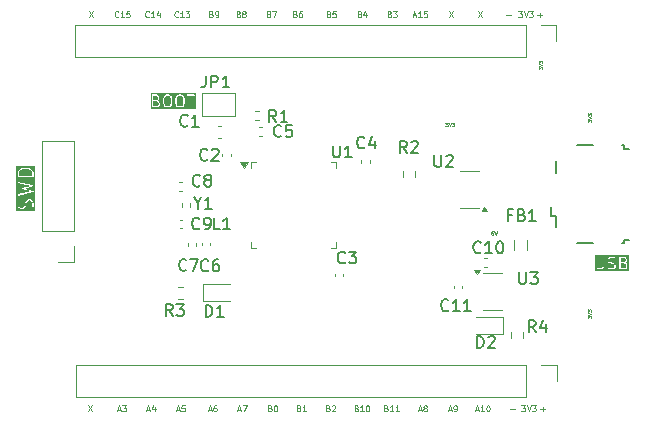
<source format=gbr>
%TF.GenerationSoftware,KiCad,Pcbnew,8.0.5*%
%TF.CreationDate,2025-01-04T11:00:39+02:00*%
%TF.ProjectId,STM32F103,53544d33-3246-4313-9033-2e6b69636164,rev?*%
%TF.SameCoordinates,Original*%
%TF.FileFunction,Legend,Top*%
%TF.FilePolarity,Positive*%
%FSLAX46Y46*%
G04 Gerber Fmt 4.6, Leading zero omitted, Abs format (unit mm)*
G04 Created by KiCad (PCBNEW 8.0.5) date 2025-01-04 11:00:39*
%MOMM*%
%LPD*%
G01*
G04 APERTURE LIST*
%ADD10C,0.100000*%
%ADD11C,0.075000*%
%ADD12C,0.150000*%
%ADD13C,0.120000*%
G04 APERTURE END LIST*
D10*
X93611503Y-43021704D02*
X93682931Y-43045514D01*
X93682931Y-43045514D02*
X93706741Y-43069323D01*
X93706741Y-43069323D02*
X93730550Y-43116942D01*
X93730550Y-43116942D02*
X93730550Y-43188371D01*
X93730550Y-43188371D02*
X93706741Y-43235990D01*
X93706741Y-43235990D02*
X93682931Y-43259800D01*
X93682931Y-43259800D02*
X93635312Y-43283609D01*
X93635312Y-43283609D02*
X93444836Y-43283609D01*
X93444836Y-43283609D02*
X93444836Y-42783609D01*
X93444836Y-42783609D02*
X93611503Y-42783609D01*
X93611503Y-42783609D02*
X93659122Y-42807419D01*
X93659122Y-42807419D02*
X93682931Y-42831228D01*
X93682931Y-42831228D02*
X93706741Y-42878847D01*
X93706741Y-42878847D02*
X93706741Y-42926466D01*
X93706741Y-42926466D02*
X93682931Y-42974085D01*
X93682931Y-42974085D02*
X93659122Y-42997895D01*
X93659122Y-42997895D02*
X93611503Y-43021704D01*
X93611503Y-43021704D02*
X93444836Y-43021704D01*
X94182931Y-42783609D02*
X93944836Y-42783609D01*
X93944836Y-42783609D02*
X93921027Y-43021704D01*
X93921027Y-43021704D02*
X93944836Y-42997895D01*
X93944836Y-42997895D02*
X93992455Y-42974085D01*
X93992455Y-42974085D02*
X94111503Y-42974085D01*
X94111503Y-42974085D02*
X94159122Y-42997895D01*
X94159122Y-42997895D02*
X94182931Y-43021704D01*
X94182931Y-43021704D02*
X94206741Y-43069323D01*
X94206741Y-43069323D02*
X94206741Y-43188371D01*
X94206741Y-43188371D02*
X94182931Y-43235990D01*
X94182931Y-43235990D02*
X94159122Y-43259800D01*
X94159122Y-43259800D02*
X94111503Y-43283609D01*
X94111503Y-43283609D02*
X93992455Y-43283609D01*
X93992455Y-43283609D02*
X93944836Y-43259800D01*
X93944836Y-43259800D02*
X93921027Y-43235990D01*
X75800550Y-43235990D02*
X75776741Y-43259800D01*
X75776741Y-43259800D02*
X75705312Y-43283609D01*
X75705312Y-43283609D02*
X75657693Y-43283609D01*
X75657693Y-43283609D02*
X75586265Y-43259800D01*
X75586265Y-43259800D02*
X75538646Y-43212180D01*
X75538646Y-43212180D02*
X75514836Y-43164561D01*
X75514836Y-43164561D02*
X75491027Y-43069323D01*
X75491027Y-43069323D02*
X75491027Y-42997895D01*
X75491027Y-42997895D02*
X75514836Y-42902657D01*
X75514836Y-42902657D02*
X75538646Y-42855038D01*
X75538646Y-42855038D02*
X75586265Y-42807419D01*
X75586265Y-42807419D02*
X75657693Y-42783609D01*
X75657693Y-42783609D02*
X75705312Y-42783609D01*
X75705312Y-42783609D02*
X75776741Y-42807419D01*
X75776741Y-42807419D02*
X75800550Y-42831228D01*
X76276741Y-43283609D02*
X75991027Y-43283609D01*
X76133884Y-43283609D02*
X76133884Y-42783609D01*
X76133884Y-42783609D02*
X76086265Y-42855038D01*
X76086265Y-42855038D02*
X76038646Y-42902657D01*
X76038646Y-42902657D02*
X75991027Y-42926466D01*
X76729121Y-42783609D02*
X76491026Y-42783609D01*
X76491026Y-42783609D02*
X76467217Y-43021704D01*
X76467217Y-43021704D02*
X76491026Y-42997895D01*
X76491026Y-42997895D02*
X76538645Y-42974085D01*
X76538645Y-42974085D02*
X76657693Y-42974085D01*
X76657693Y-42974085D02*
X76705312Y-42997895D01*
X76705312Y-42997895D02*
X76729121Y-43021704D01*
X76729121Y-43021704D02*
X76752931Y-43069323D01*
X76752931Y-43069323D02*
X76752931Y-43188371D01*
X76752931Y-43188371D02*
X76729121Y-43235990D01*
X76729121Y-43235990D02*
X76705312Y-43259800D01*
X76705312Y-43259800D02*
X76657693Y-43283609D01*
X76657693Y-43283609D02*
X76538645Y-43283609D01*
X76538645Y-43283609D02*
X76491026Y-43259800D01*
X76491026Y-43259800D02*
X76467217Y-43235990D01*
X101201027Y-76520752D02*
X101439122Y-76520752D01*
X101153408Y-76663609D02*
X101320074Y-76163609D01*
X101320074Y-76163609D02*
X101486741Y-76663609D01*
X101724836Y-76377895D02*
X101677217Y-76354085D01*
X101677217Y-76354085D02*
X101653407Y-76330276D01*
X101653407Y-76330276D02*
X101629598Y-76282657D01*
X101629598Y-76282657D02*
X101629598Y-76258847D01*
X101629598Y-76258847D02*
X101653407Y-76211228D01*
X101653407Y-76211228D02*
X101677217Y-76187419D01*
X101677217Y-76187419D02*
X101724836Y-76163609D01*
X101724836Y-76163609D02*
X101820074Y-76163609D01*
X101820074Y-76163609D02*
X101867693Y-76187419D01*
X101867693Y-76187419D02*
X101891502Y-76211228D01*
X101891502Y-76211228D02*
X101915312Y-76258847D01*
X101915312Y-76258847D02*
X101915312Y-76282657D01*
X101915312Y-76282657D02*
X101891502Y-76330276D01*
X101891502Y-76330276D02*
X101867693Y-76354085D01*
X101867693Y-76354085D02*
X101820074Y-76377895D01*
X101820074Y-76377895D02*
X101724836Y-76377895D01*
X101724836Y-76377895D02*
X101677217Y-76401704D01*
X101677217Y-76401704D02*
X101653407Y-76425514D01*
X101653407Y-76425514D02*
X101629598Y-76473133D01*
X101629598Y-76473133D02*
X101629598Y-76568371D01*
X101629598Y-76568371D02*
X101653407Y-76615990D01*
X101653407Y-76615990D02*
X101677217Y-76639800D01*
X101677217Y-76639800D02*
X101724836Y-76663609D01*
X101724836Y-76663609D02*
X101820074Y-76663609D01*
X101820074Y-76663609D02*
X101867693Y-76639800D01*
X101867693Y-76639800D02*
X101891502Y-76615990D01*
X101891502Y-76615990D02*
X101915312Y-76568371D01*
X101915312Y-76568371D02*
X101915312Y-76473133D01*
X101915312Y-76473133D02*
X101891502Y-76425514D01*
X101891502Y-76425514D02*
X101867693Y-76401704D01*
X101867693Y-76401704D02*
X101820074Y-76377895D01*
X85971503Y-43021704D02*
X86042931Y-43045514D01*
X86042931Y-43045514D02*
X86066741Y-43069323D01*
X86066741Y-43069323D02*
X86090550Y-43116942D01*
X86090550Y-43116942D02*
X86090550Y-43188371D01*
X86090550Y-43188371D02*
X86066741Y-43235990D01*
X86066741Y-43235990D02*
X86042931Y-43259800D01*
X86042931Y-43259800D02*
X85995312Y-43283609D01*
X85995312Y-43283609D02*
X85804836Y-43283609D01*
X85804836Y-43283609D02*
X85804836Y-42783609D01*
X85804836Y-42783609D02*
X85971503Y-42783609D01*
X85971503Y-42783609D02*
X86019122Y-42807419D01*
X86019122Y-42807419D02*
X86042931Y-42831228D01*
X86042931Y-42831228D02*
X86066741Y-42878847D01*
X86066741Y-42878847D02*
X86066741Y-42926466D01*
X86066741Y-42926466D02*
X86042931Y-42974085D01*
X86042931Y-42974085D02*
X86019122Y-42997895D01*
X86019122Y-42997895D02*
X85971503Y-43021704D01*
X85971503Y-43021704D02*
X85804836Y-43021704D01*
X86376265Y-42997895D02*
X86328646Y-42974085D01*
X86328646Y-42974085D02*
X86304836Y-42950276D01*
X86304836Y-42950276D02*
X86281027Y-42902657D01*
X86281027Y-42902657D02*
X86281027Y-42878847D01*
X86281027Y-42878847D02*
X86304836Y-42831228D01*
X86304836Y-42831228D02*
X86328646Y-42807419D01*
X86328646Y-42807419D02*
X86376265Y-42783609D01*
X86376265Y-42783609D02*
X86471503Y-42783609D01*
X86471503Y-42783609D02*
X86519122Y-42807419D01*
X86519122Y-42807419D02*
X86542931Y-42831228D01*
X86542931Y-42831228D02*
X86566741Y-42878847D01*
X86566741Y-42878847D02*
X86566741Y-42902657D01*
X86566741Y-42902657D02*
X86542931Y-42950276D01*
X86542931Y-42950276D02*
X86519122Y-42974085D01*
X86519122Y-42974085D02*
X86471503Y-42997895D01*
X86471503Y-42997895D02*
X86376265Y-42997895D01*
X86376265Y-42997895D02*
X86328646Y-43021704D01*
X86328646Y-43021704D02*
X86304836Y-43045514D01*
X86304836Y-43045514D02*
X86281027Y-43093133D01*
X86281027Y-43093133D02*
X86281027Y-43188371D01*
X86281027Y-43188371D02*
X86304836Y-43235990D01*
X86304836Y-43235990D02*
X86328646Y-43259800D01*
X86328646Y-43259800D02*
X86376265Y-43283609D01*
X86376265Y-43283609D02*
X86471503Y-43283609D01*
X86471503Y-43283609D02*
X86519122Y-43259800D01*
X86519122Y-43259800D02*
X86542931Y-43235990D01*
X86542931Y-43235990D02*
X86566741Y-43188371D01*
X86566741Y-43188371D02*
X86566741Y-43093133D01*
X86566741Y-43093133D02*
X86542931Y-43045514D01*
X86542931Y-43045514D02*
X86519122Y-43021704D01*
X86519122Y-43021704D02*
X86471503Y-42997895D01*
D11*
X115519385Y-68767800D02*
X115519385Y-68582086D01*
X115519385Y-68582086D02*
X115633671Y-68682086D01*
X115633671Y-68682086D02*
X115633671Y-68639229D01*
X115633671Y-68639229D02*
X115647957Y-68610658D01*
X115647957Y-68610658D02*
X115662242Y-68596372D01*
X115662242Y-68596372D02*
X115690814Y-68582086D01*
X115690814Y-68582086D02*
X115762242Y-68582086D01*
X115762242Y-68582086D02*
X115790814Y-68596372D01*
X115790814Y-68596372D02*
X115805100Y-68610658D01*
X115805100Y-68610658D02*
X115819385Y-68639229D01*
X115819385Y-68639229D02*
X115819385Y-68724943D01*
X115819385Y-68724943D02*
X115805100Y-68753515D01*
X115805100Y-68753515D02*
X115790814Y-68767800D01*
X115519385Y-68496372D02*
X115819385Y-68396372D01*
X115819385Y-68396372D02*
X115519385Y-68296372D01*
X115519385Y-68224943D02*
X115519385Y-68039229D01*
X115519385Y-68039229D02*
X115633671Y-68139229D01*
X115633671Y-68139229D02*
X115633671Y-68096372D01*
X115633671Y-68096372D02*
X115647957Y-68067801D01*
X115647957Y-68067801D02*
X115662242Y-68053515D01*
X115662242Y-68053515D02*
X115690814Y-68039229D01*
X115690814Y-68039229D02*
X115762242Y-68039229D01*
X115762242Y-68039229D02*
X115790814Y-68053515D01*
X115790814Y-68053515D02*
X115805100Y-68067801D01*
X115805100Y-68067801D02*
X115819385Y-68096372D01*
X115819385Y-68096372D02*
X115819385Y-68182086D01*
X115819385Y-68182086D02*
X115805100Y-68210658D01*
X115805100Y-68210658D02*
X115790814Y-68224943D01*
D10*
X106051027Y-76520752D02*
X106289122Y-76520752D01*
X106003408Y-76663609D02*
X106170074Y-76163609D01*
X106170074Y-76163609D02*
X106336741Y-76663609D01*
X106765312Y-76663609D02*
X106479598Y-76663609D01*
X106622455Y-76663609D02*
X106622455Y-76163609D01*
X106622455Y-76163609D02*
X106574836Y-76235038D01*
X106574836Y-76235038D02*
X106527217Y-76282657D01*
X106527217Y-76282657D02*
X106479598Y-76306466D01*
X107074835Y-76163609D02*
X107122454Y-76163609D01*
X107122454Y-76163609D02*
X107170073Y-76187419D01*
X107170073Y-76187419D02*
X107193883Y-76211228D01*
X107193883Y-76211228D02*
X107217692Y-76258847D01*
X107217692Y-76258847D02*
X107241502Y-76354085D01*
X107241502Y-76354085D02*
X107241502Y-76473133D01*
X107241502Y-76473133D02*
X107217692Y-76568371D01*
X107217692Y-76568371D02*
X107193883Y-76615990D01*
X107193883Y-76615990D02*
X107170073Y-76639800D01*
X107170073Y-76639800D02*
X107122454Y-76663609D01*
X107122454Y-76663609D02*
X107074835Y-76663609D01*
X107074835Y-76663609D02*
X107027216Y-76639800D01*
X107027216Y-76639800D02*
X107003407Y-76615990D01*
X107003407Y-76615990D02*
X106979597Y-76568371D01*
X106979597Y-76568371D02*
X106955788Y-76473133D01*
X106955788Y-76473133D02*
X106955788Y-76354085D01*
X106955788Y-76354085D02*
X106979597Y-76258847D01*
X106979597Y-76258847D02*
X107003407Y-76211228D01*
X107003407Y-76211228D02*
X107027216Y-76187419D01*
X107027216Y-76187419D02*
X107074835Y-76163609D01*
X93561503Y-76401704D02*
X93632931Y-76425514D01*
X93632931Y-76425514D02*
X93656741Y-76449323D01*
X93656741Y-76449323D02*
X93680550Y-76496942D01*
X93680550Y-76496942D02*
X93680550Y-76568371D01*
X93680550Y-76568371D02*
X93656741Y-76615990D01*
X93656741Y-76615990D02*
X93632931Y-76639800D01*
X93632931Y-76639800D02*
X93585312Y-76663609D01*
X93585312Y-76663609D02*
X93394836Y-76663609D01*
X93394836Y-76663609D02*
X93394836Y-76163609D01*
X93394836Y-76163609D02*
X93561503Y-76163609D01*
X93561503Y-76163609D02*
X93609122Y-76187419D01*
X93609122Y-76187419D02*
X93632931Y-76211228D01*
X93632931Y-76211228D02*
X93656741Y-76258847D01*
X93656741Y-76258847D02*
X93656741Y-76306466D01*
X93656741Y-76306466D02*
X93632931Y-76354085D01*
X93632931Y-76354085D02*
X93609122Y-76377895D01*
X93609122Y-76377895D02*
X93561503Y-76401704D01*
X93561503Y-76401704D02*
X93394836Y-76401704D01*
X93871027Y-76211228D02*
X93894836Y-76187419D01*
X93894836Y-76187419D02*
X93942455Y-76163609D01*
X93942455Y-76163609D02*
X94061503Y-76163609D01*
X94061503Y-76163609D02*
X94109122Y-76187419D01*
X94109122Y-76187419D02*
X94132931Y-76211228D01*
X94132931Y-76211228D02*
X94156741Y-76258847D01*
X94156741Y-76258847D02*
X94156741Y-76306466D01*
X94156741Y-76306466D02*
X94132931Y-76377895D01*
X94132931Y-76377895D02*
X93847217Y-76663609D01*
X93847217Y-76663609D02*
X94156741Y-76663609D01*
X73307217Y-42783609D02*
X73640550Y-43283609D01*
X73640550Y-42783609D02*
X73307217Y-43283609D01*
X95971503Y-76401704D02*
X96042931Y-76425514D01*
X96042931Y-76425514D02*
X96066741Y-76449323D01*
X96066741Y-76449323D02*
X96090550Y-76496942D01*
X96090550Y-76496942D02*
X96090550Y-76568371D01*
X96090550Y-76568371D02*
X96066741Y-76615990D01*
X96066741Y-76615990D02*
X96042931Y-76639800D01*
X96042931Y-76639800D02*
X95995312Y-76663609D01*
X95995312Y-76663609D02*
X95804836Y-76663609D01*
X95804836Y-76663609D02*
X95804836Y-76163609D01*
X95804836Y-76163609D02*
X95971503Y-76163609D01*
X95971503Y-76163609D02*
X96019122Y-76187419D01*
X96019122Y-76187419D02*
X96042931Y-76211228D01*
X96042931Y-76211228D02*
X96066741Y-76258847D01*
X96066741Y-76258847D02*
X96066741Y-76306466D01*
X96066741Y-76306466D02*
X96042931Y-76354085D01*
X96042931Y-76354085D02*
X96019122Y-76377895D01*
X96019122Y-76377895D02*
X95971503Y-76401704D01*
X95971503Y-76401704D02*
X95804836Y-76401704D01*
X96566741Y-76663609D02*
X96281027Y-76663609D01*
X96423884Y-76663609D02*
X96423884Y-76163609D01*
X96423884Y-76163609D02*
X96376265Y-76235038D01*
X96376265Y-76235038D02*
X96328646Y-76282657D01*
X96328646Y-76282657D02*
X96281027Y-76306466D01*
X96876264Y-76163609D02*
X96923883Y-76163609D01*
X96923883Y-76163609D02*
X96971502Y-76187419D01*
X96971502Y-76187419D02*
X96995312Y-76211228D01*
X96995312Y-76211228D02*
X97019121Y-76258847D01*
X97019121Y-76258847D02*
X97042931Y-76354085D01*
X97042931Y-76354085D02*
X97042931Y-76473133D01*
X97042931Y-76473133D02*
X97019121Y-76568371D01*
X97019121Y-76568371D02*
X96995312Y-76615990D01*
X96995312Y-76615990D02*
X96971502Y-76639800D01*
X96971502Y-76639800D02*
X96923883Y-76663609D01*
X96923883Y-76663609D02*
X96876264Y-76663609D01*
X96876264Y-76663609D02*
X96828645Y-76639800D01*
X96828645Y-76639800D02*
X96804836Y-76615990D01*
X96804836Y-76615990D02*
X96781026Y-76568371D01*
X96781026Y-76568371D02*
X96757217Y-76473133D01*
X96757217Y-76473133D02*
X96757217Y-76354085D01*
X96757217Y-76354085D02*
X96781026Y-76258847D01*
X96781026Y-76258847D02*
X96804836Y-76211228D01*
X96804836Y-76211228D02*
X96828645Y-76187419D01*
X96828645Y-76187419D02*
X96876264Y-76163609D01*
D11*
X103482199Y-52219385D02*
X103667913Y-52219385D01*
X103667913Y-52219385D02*
X103567913Y-52333671D01*
X103567913Y-52333671D02*
X103610770Y-52333671D01*
X103610770Y-52333671D02*
X103639342Y-52347957D01*
X103639342Y-52347957D02*
X103653627Y-52362242D01*
X103653627Y-52362242D02*
X103667913Y-52390814D01*
X103667913Y-52390814D02*
X103667913Y-52462242D01*
X103667913Y-52462242D02*
X103653627Y-52490814D01*
X103653627Y-52490814D02*
X103639342Y-52505100D01*
X103639342Y-52505100D02*
X103610770Y-52519385D01*
X103610770Y-52519385D02*
X103525056Y-52519385D01*
X103525056Y-52519385D02*
X103496484Y-52505100D01*
X103496484Y-52505100D02*
X103482199Y-52490814D01*
X103753627Y-52219385D02*
X103853627Y-52519385D01*
X103853627Y-52519385D02*
X103953627Y-52219385D01*
X104025056Y-52219385D02*
X104210770Y-52219385D01*
X104210770Y-52219385D02*
X104110770Y-52333671D01*
X104110770Y-52333671D02*
X104153627Y-52333671D01*
X104153627Y-52333671D02*
X104182199Y-52347957D01*
X104182199Y-52347957D02*
X104196484Y-52362242D01*
X104196484Y-52362242D02*
X104210770Y-52390814D01*
X104210770Y-52390814D02*
X104210770Y-52462242D01*
X104210770Y-52462242D02*
X104196484Y-52490814D01*
X104196484Y-52490814D02*
X104182199Y-52505100D01*
X104182199Y-52505100D02*
X104153627Y-52519385D01*
X104153627Y-52519385D02*
X104067913Y-52519385D01*
X104067913Y-52519385D02*
X104039341Y-52505100D01*
X104039341Y-52505100D02*
X104025056Y-52490814D01*
D10*
X88551503Y-43021704D02*
X88622931Y-43045514D01*
X88622931Y-43045514D02*
X88646741Y-43069323D01*
X88646741Y-43069323D02*
X88670550Y-43116942D01*
X88670550Y-43116942D02*
X88670550Y-43188371D01*
X88670550Y-43188371D02*
X88646741Y-43235990D01*
X88646741Y-43235990D02*
X88622931Y-43259800D01*
X88622931Y-43259800D02*
X88575312Y-43283609D01*
X88575312Y-43283609D02*
X88384836Y-43283609D01*
X88384836Y-43283609D02*
X88384836Y-42783609D01*
X88384836Y-42783609D02*
X88551503Y-42783609D01*
X88551503Y-42783609D02*
X88599122Y-42807419D01*
X88599122Y-42807419D02*
X88622931Y-42831228D01*
X88622931Y-42831228D02*
X88646741Y-42878847D01*
X88646741Y-42878847D02*
X88646741Y-42926466D01*
X88646741Y-42926466D02*
X88622931Y-42974085D01*
X88622931Y-42974085D02*
X88599122Y-42997895D01*
X88599122Y-42997895D02*
X88551503Y-43021704D01*
X88551503Y-43021704D02*
X88384836Y-43021704D01*
X88837217Y-42783609D02*
X89170550Y-42783609D01*
X89170550Y-42783609D02*
X88956265Y-43283609D01*
X80860550Y-43235990D02*
X80836741Y-43259800D01*
X80836741Y-43259800D02*
X80765312Y-43283609D01*
X80765312Y-43283609D02*
X80717693Y-43283609D01*
X80717693Y-43283609D02*
X80646265Y-43259800D01*
X80646265Y-43259800D02*
X80598646Y-43212180D01*
X80598646Y-43212180D02*
X80574836Y-43164561D01*
X80574836Y-43164561D02*
X80551027Y-43069323D01*
X80551027Y-43069323D02*
X80551027Y-42997895D01*
X80551027Y-42997895D02*
X80574836Y-42902657D01*
X80574836Y-42902657D02*
X80598646Y-42855038D01*
X80598646Y-42855038D02*
X80646265Y-42807419D01*
X80646265Y-42807419D02*
X80717693Y-42783609D01*
X80717693Y-42783609D02*
X80765312Y-42783609D01*
X80765312Y-42783609D02*
X80836741Y-42807419D01*
X80836741Y-42807419D02*
X80860550Y-42831228D01*
X81336741Y-43283609D02*
X81051027Y-43283609D01*
X81193884Y-43283609D02*
X81193884Y-42783609D01*
X81193884Y-42783609D02*
X81146265Y-42855038D01*
X81146265Y-42855038D02*
X81098646Y-42902657D01*
X81098646Y-42902657D02*
X81051027Y-42926466D01*
X81503407Y-42783609D02*
X81812931Y-42783609D01*
X81812931Y-42783609D02*
X81646264Y-42974085D01*
X81646264Y-42974085D02*
X81717693Y-42974085D01*
X81717693Y-42974085D02*
X81765312Y-42997895D01*
X81765312Y-42997895D02*
X81789121Y-43021704D01*
X81789121Y-43021704D02*
X81812931Y-43069323D01*
X81812931Y-43069323D02*
X81812931Y-43188371D01*
X81812931Y-43188371D02*
X81789121Y-43235990D01*
X81789121Y-43235990D02*
X81765312Y-43259800D01*
X81765312Y-43259800D02*
X81717693Y-43283609D01*
X81717693Y-43283609D02*
X81574836Y-43283609D01*
X81574836Y-43283609D02*
X81527217Y-43259800D01*
X81527217Y-43259800D02*
X81503407Y-43235990D01*
X78380550Y-43235990D02*
X78356741Y-43259800D01*
X78356741Y-43259800D02*
X78285312Y-43283609D01*
X78285312Y-43283609D02*
X78237693Y-43283609D01*
X78237693Y-43283609D02*
X78166265Y-43259800D01*
X78166265Y-43259800D02*
X78118646Y-43212180D01*
X78118646Y-43212180D02*
X78094836Y-43164561D01*
X78094836Y-43164561D02*
X78071027Y-43069323D01*
X78071027Y-43069323D02*
X78071027Y-42997895D01*
X78071027Y-42997895D02*
X78094836Y-42902657D01*
X78094836Y-42902657D02*
X78118646Y-42855038D01*
X78118646Y-42855038D02*
X78166265Y-42807419D01*
X78166265Y-42807419D02*
X78237693Y-42783609D01*
X78237693Y-42783609D02*
X78285312Y-42783609D01*
X78285312Y-42783609D02*
X78356741Y-42807419D01*
X78356741Y-42807419D02*
X78380550Y-42831228D01*
X78856741Y-43283609D02*
X78571027Y-43283609D01*
X78713884Y-43283609D02*
X78713884Y-42783609D01*
X78713884Y-42783609D02*
X78666265Y-42855038D01*
X78666265Y-42855038D02*
X78618646Y-42902657D01*
X78618646Y-42902657D02*
X78571027Y-42926466D01*
X79285312Y-42950276D02*
X79285312Y-43283609D01*
X79166264Y-42759800D02*
X79047217Y-43116942D01*
X79047217Y-43116942D02*
X79356740Y-43116942D01*
X106217217Y-42783609D02*
X106550550Y-43283609D01*
X106550550Y-42783609D02*
X106217217Y-43283609D01*
X73227217Y-76163609D02*
X73560550Y-76663609D01*
X73560550Y-76163609D02*
X73227217Y-76663609D01*
X83671503Y-43021704D02*
X83742931Y-43045514D01*
X83742931Y-43045514D02*
X83766741Y-43069323D01*
X83766741Y-43069323D02*
X83790550Y-43116942D01*
X83790550Y-43116942D02*
X83790550Y-43188371D01*
X83790550Y-43188371D02*
X83766741Y-43235990D01*
X83766741Y-43235990D02*
X83742931Y-43259800D01*
X83742931Y-43259800D02*
X83695312Y-43283609D01*
X83695312Y-43283609D02*
X83504836Y-43283609D01*
X83504836Y-43283609D02*
X83504836Y-42783609D01*
X83504836Y-42783609D02*
X83671503Y-42783609D01*
X83671503Y-42783609D02*
X83719122Y-42807419D01*
X83719122Y-42807419D02*
X83742931Y-42831228D01*
X83742931Y-42831228D02*
X83766741Y-42878847D01*
X83766741Y-42878847D02*
X83766741Y-42926466D01*
X83766741Y-42926466D02*
X83742931Y-42974085D01*
X83742931Y-42974085D02*
X83719122Y-42997895D01*
X83719122Y-42997895D02*
X83671503Y-43021704D01*
X83671503Y-43021704D02*
X83504836Y-43021704D01*
X84028646Y-43283609D02*
X84123884Y-43283609D01*
X84123884Y-43283609D02*
X84171503Y-43259800D01*
X84171503Y-43259800D02*
X84195312Y-43235990D01*
X84195312Y-43235990D02*
X84242931Y-43164561D01*
X84242931Y-43164561D02*
X84266741Y-43069323D01*
X84266741Y-43069323D02*
X84266741Y-42878847D01*
X84266741Y-42878847D02*
X84242931Y-42831228D01*
X84242931Y-42831228D02*
X84219122Y-42807419D01*
X84219122Y-42807419D02*
X84171503Y-42783609D01*
X84171503Y-42783609D02*
X84076265Y-42783609D01*
X84076265Y-42783609D02*
X84028646Y-42807419D01*
X84028646Y-42807419D02*
X84004836Y-42831228D01*
X84004836Y-42831228D02*
X83981027Y-42878847D01*
X83981027Y-42878847D02*
X83981027Y-42997895D01*
X83981027Y-42997895D02*
X84004836Y-43045514D01*
X84004836Y-43045514D02*
X84028646Y-43069323D01*
X84028646Y-43069323D02*
X84076265Y-43093133D01*
X84076265Y-43093133D02*
X84171503Y-43093133D01*
X84171503Y-43093133D02*
X84219122Y-43069323D01*
X84219122Y-43069323D02*
X84242931Y-43045514D01*
X84242931Y-43045514D02*
X84266741Y-42997895D01*
X103741027Y-76520752D02*
X103979122Y-76520752D01*
X103693408Y-76663609D02*
X103860074Y-76163609D01*
X103860074Y-76163609D02*
X104026741Y-76663609D01*
X104217217Y-76663609D02*
X104312455Y-76663609D01*
X104312455Y-76663609D02*
X104360074Y-76639800D01*
X104360074Y-76639800D02*
X104383883Y-76615990D01*
X104383883Y-76615990D02*
X104431502Y-76544561D01*
X104431502Y-76544561D02*
X104455312Y-76449323D01*
X104455312Y-76449323D02*
X104455312Y-76258847D01*
X104455312Y-76258847D02*
X104431502Y-76211228D01*
X104431502Y-76211228D02*
X104407693Y-76187419D01*
X104407693Y-76187419D02*
X104360074Y-76163609D01*
X104360074Y-76163609D02*
X104264836Y-76163609D01*
X104264836Y-76163609D02*
X104217217Y-76187419D01*
X104217217Y-76187419D02*
X104193407Y-76211228D01*
X104193407Y-76211228D02*
X104169598Y-76258847D01*
X104169598Y-76258847D02*
X104169598Y-76377895D01*
X104169598Y-76377895D02*
X104193407Y-76425514D01*
X104193407Y-76425514D02*
X104217217Y-76449323D01*
X104217217Y-76449323D02*
X104264836Y-76473133D01*
X104264836Y-76473133D02*
X104360074Y-76473133D01*
X104360074Y-76473133D02*
X104407693Y-76449323D01*
X104407693Y-76449323D02*
X104431502Y-76425514D01*
X104431502Y-76425514D02*
X104455312Y-76377895D01*
X88651503Y-76401704D02*
X88722931Y-76425514D01*
X88722931Y-76425514D02*
X88746741Y-76449323D01*
X88746741Y-76449323D02*
X88770550Y-76496942D01*
X88770550Y-76496942D02*
X88770550Y-76568371D01*
X88770550Y-76568371D02*
X88746741Y-76615990D01*
X88746741Y-76615990D02*
X88722931Y-76639800D01*
X88722931Y-76639800D02*
X88675312Y-76663609D01*
X88675312Y-76663609D02*
X88484836Y-76663609D01*
X88484836Y-76663609D02*
X88484836Y-76163609D01*
X88484836Y-76163609D02*
X88651503Y-76163609D01*
X88651503Y-76163609D02*
X88699122Y-76187419D01*
X88699122Y-76187419D02*
X88722931Y-76211228D01*
X88722931Y-76211228D02*
X88746741Y-76258847D01*
X88746741Y-76258847D02*
X88746741Y-76306466D01*
X88746741Y-76306466D02*
X88722931Y-76354085D01*
X88722931Y-76354085D02*
X88699122Y-76377895D01*
X88699122Y-76377895D02*
X88651503Y-76401704D01*
X88651503Y-76401704D02*
X88484836Y-76401704D01*
X89080074Y-76163609D02*
X89127693Y-76163609D01*
X89127693Y-76163609D02*
X89175312Y-76187419D01*
X89175312Y-76187419D02*
X89199122Y-76211228D01*
X89199122Y-76211228D02*
X89222931Y-76258847D01*
X89222931Y-76258847D02*
X89246741Y-76354085D01*
X89246741Y-76354085D02*
X89246741Y-76473133D01*
X89246741Y-76473133D02*
X89222931Y-76568371D01*
X89222931Y-76568371D02*
X89199122Y-76615990D01*
X89199122Y-76615990D02*
X89175312Y-76639800D01*
X89175312Y-76639800D02*
X89127693Y-76663609D01*
X89127693Y-76663609D02*
X89080074Y-76663609D01*
X89080074Y-76663609D02*
X89032455Y-76639800D01*
X89032455Y-76639800D02*
X89008646Y-76615990D01*
X89008646Y-76615990D02*
X88984836Y-76568371D01*
X88984836Y-76568371D02*
X88961027Y-76473133D01*
X88961027Y-76473133D02*
X88961027Y-76354085D01*
X88961027Y-76354085D02*
X88984836Y-76258847D01*
X88984836Y-76258847D02*
X89008646Y-76211228D01*
X89008646Y-76211228D02*
X89032455Y-76187419D01*
X89032455Y-76187419D02*
X89080074Y-76163609D01*
D11*
X115549385Y-52167800D02*
X115549385Y-51982086D01*
X115549385Y-51982086D02*
X115663671Y-52082086D01*
X115663671Y-52082086D02*
X115663671Y-52039229D01*
X115663671Y-52039229D02*
X115677957Y-52010658D01*
X115677957Y-52010658D02*
X115692242Y-51996372D01*
X115692242Y-51996372D02*
X115720814Y-51982086D01*
X115720814Y-51982086D02*
X115792242Y-51982086D01*
X115792242Y-51982086D02*
X115820814Y-51996372D01*
X115820814Y-51996372D02*
X115835100Y-52010658D01*
X115835100Y-52010658D02*
X115849385Y-52039229D01*
X115849385Y-52039229D02*
X115849385Y-52124943D01*
X115849385Y-52124943D02*
X115835100Y-52153515D01*
X115835100Y-52153515D02*
X115820814Y-52167800D01*
X115549385Y-51896372D02*
X115849385Y-51796372D01*
X115849385Y-51796372D02*
X115549385Y-51696372D01*
X115549385Y-51624943D02*
X115549385Y-51439229D01*
X115549385Y-51439229D02*
X115663671Y-51539229D01*
X115663671Y-51539229D02*
X115663671Y-51496372D01*
X115663671Y-51496372D02*
X115677957Y-51467801D01*
X115677957Y-51467801D02*
X115692242Y-51453515D01*
X115692242Y-51453515D02*
X115720814Y-51439229D01*
X115720814Y-51439229D02*
X115792242Y-51439229D01*
X115792242Y-51439229D02*
X115820814Y-51453515D01*
X115820814Y-51453515D02*
X115835100Y-51467801D01*
X115835100Y-51467801D02*
X115849385Y-51496372D01*
X115849385Y-51496372D02*
X115849385Y-51582086D01*
X115849385Y-51582086D02*
X115835100Y-51610658D01*
X115835100Y-51610658D02*
X115820814Y-51624943D01*
D10*
X85921027Y-76520752D02*
X86159122Y-76520752D01*
X85873408Y-76663609D02*
X86040074Y-76163609D01*
X86040074Y-76163609D02*
X86206741Y-76663609D01*
X86325788Y-76163609D02*
X86659121Y-76163609D01*
X86659121Y-76163609D02*
X86444836Y-76663609D01*
X111274836Y-43093133D02*
X111655789Y-43093133D01*
X111465312Y-43283609D02*
X111465312Y-42902657D01*
X98481503Y-76401704D02*
X98552931Y-76425514D01*
X98552931Y-76425514D02*
X98576741Y-76449323D01*
X98576741Y-76449323D02*
X98600550Y-76496942D01*
X98600550Y-76496942D02*
X98600550Y-76568371D01*
X98600550Y-76568371D02*
X98576741Y-76615990D01*
X98576741Y-76615990D02*
X98552931Y-76639800D01*
X98552931Y-76639800D02*
X98505312Y-76663609D01*
X98505312Y-76663609D02*
X98314836Y-76663609D01*
X98314836Y-76663609D02*
X98314836Y-76163609D01*
X98314836Y-76163609D02*
X98481503Y-76163609D01*
X98481503Y-76163609D02*
X98529122Y-76187419D01*
X98529122Y-76187419D02*
X98552931Y-76211228D01*
X98552931Y-76211228D02*
X98576741Y-76258847D01*
X98576741Y-76258847D02*
X98576741Y-76306466D01*
X98576741Y-76306466D02*
X98552931Y-76354085D01*
X98552931Y-76354085D02*
X98529122Y-76377895D01*
X98529122Y-76377895D02*
X98481503Y-76401704D01*
X98481503Y-76401704D02*
X98314836Y-76401704D01*
X99076741Y-76663609D02*
X98791027Y-76663609D01*
X98933884Y-76663609D02*
X98933884Y-76163609D01*
X98933884Y-76163609D02*
X98886265Y-76235038D01*
X98886265Y-76235038D02*
X98838646Y-76282657D01*
X98838646Y-76282657D02*
X98791027Y-76306466D01*
X99552931Y-76663609D02*
X99267217Y-76663609D01*
X99410074Y-76663609D02*
X99410074Y-76163609D01*
X99410074Y-76163609D02*
X99362455Y-76235038D01*
X99362455Y-76235038D02*
X99314836Y-76282657D01*
X99314836Y-76282657D02*
X99267217Y-76306466D01*
X91091503Y-76401704D02*
X91162931Y-76425514D01*
X91162931Y-76425514D02*
X91186741Y-76449323D01*
X91186741Y-76449323D02*
X91210550Y-76496942D01*
X91210550Y-76496942D02*
X91210550Y-76568371D01*
X91210550Y-76568371D02*
X91186741Y-76615990D01*
X91186741Y-76615990D02*
X91162931Y-76639800D01*
X91162931Y-76639800D02*
X91115312Y-76663609D01*
X91115312Y-76663609D02*
X90924836Y-76663609D01*
X90924836Y-76663609D02*
X90924836Y-76163609D01*
X90924836Y-76163609D02*
X91091503Y-76163609D01*
X91091503Y-76163609D02*
X91139122Y-76187419D01*
X91139122Y-76187419D02*
X91162931Y-76211228D01*
X91162931Y-76211228D02*
X91186741Y-76258847D01*
X91186741Y-76258847D02*
X91186741Y-76306466D01*
X91186741Y-76306466D02*
X91162931Y-76354085D01*
X91162931Y-76354085D02*
X91139122Y-76377895D01*
X91139122Y-76377895D02*
X91091503Y-76401704D01*
X91091503Y-76401704D02*
X90924836Y-76401704D01*
X91686741Y-76663609D02*
X91401027Y-76663609D01*
X91543884Y-76663609D02*
X91543884Y-76163609D01*
X91543884Y-76163609D02*
X91496265Y-76235038D01*
X91496265Y-76235038D02*
X91448646Y-76282657D01*
X91448646Y-76282657D02*
X91401027Y-76306466D01*
D11*
X111399385Y-47717800D02*
X111399385Y-47532086D01*
X111399385Y-47532086D02*
X111513671Y-47632086D01*
X111513671Y-47632086D02*
X111513671Y-47589229D01*
X111513671Y-47589229D02*
X111527957Y-47560658D01*
X111527957Y-47560658D02*
X111542242Y-47546372D01*
X111542242Y-47546372D02*
X111570814Y-47532086D01*
X111570814Y-47532086D02*
X111642242Y-47532086D01*
X111642242Y-47532086D02*
X111670814Y-47546372D01*
X111670814Y-47546372D02*
X111685100Y-47560658D01*
X111685100Y-47560658D02*
X111699385Y-47589229D01*
X111699385Y-47589229D02*
X111699385Y-47674943D01*
X111699385Y-47674943D02*
X111685100Y-47703515D01*
X111685100Y-47703515D02*
X111670814Y-47717800D01*
X111399385Y-47446372D02*
X111699385Y-47346372D01*
X111699385Y-47346372D02*
X111399385Y-47246372D01*
X111399385Y-47174943D02*
X111399385Y-46989229D01*
X111399385Y-46989229D02*
X111513671Y-47089229D01*
X111513671Y-47089229D02*
X111513671Y-47046372D01*
X111513671Y-47046372D02*
X111527957Y-47017801D01*
X111527957Y-47017801D02*
X111542242Y-47003515D01*
X111542242Y-47003515D02*
X111570814Y-46989229D01*
X111570814Y-46989229D02*
X111642242Y-46989229D01*
X111642242Y-46989229D02*
X111670814Y-47003515D01*
X111670814Y-47003515D02*
X111685100Y-47017801D01*
X111685100Y-47017801D02*
X111699385Y-47046372D01*
X111699385Y-47046372D02*
X111699385Y-47132086D01*
X111699385Y-47132086D02*
X111685100Y-47160658D01*
X111685100Y-47160658D02*
X111670814Y-47174943D01*
D10*
X108964836Y-76473133D02*
X109345789Y-76473133D01*
G36*
X118723065Y-64169929D02*
G01*
X118756600Y-64203465D01*
X118795312Y-64280888D01*
X118795312Y-64400138D01*
X118756600Y-64477561D01*
X118720454Y-64513708D01*
X118643033Y-64552419D01*
X118323884Y-64552419D01*
X118323884Y-64128609D01*
X118599104Y-64128609D01*
X118723065Y-64169929D01*
G37*
G36*
X118672837Y-63691130D02*
G01*
X118708981Y-63727275D01*
X118747693Y-63804698D01*
X118747693Y-63876329D01*
X118708981Y-63953752D01*
X118672837Y-63989897D01*
X118595414Y-64028609D01*
X118323884Y-64028609D01*
X118323884Y-63652419D01*
X118595414Y-63652419D01*
X118672837Y-63691130D01*
G37*
G36*
X119006423Y-64763530D02*
G01*
X116112773Y-64763530D01*
X116112773Y-63602419D01*
X116223884Y-63602419D01*
X116223884Y-64411942D01*
X116224372Y-64414398D01*
X116224010Y-64415487D01*
X116226126Y-64423214D01*
X116227690Y-64431076D01*
X116228501Y-64431887D01*
X116229163Y-64434303D01*
X116276781Y-64529540D01*
X116281692Y-64535868D01*
X116286147Y-64542535D01*
X116333766Y-64590155D01*
X116340432Y-64594609D01*
X116346761Y-64599521D01*
X116441999Y-64647140D01*
X116444414Y-64647801D01*
X116445226Y-64648613D01*
X116453087Y-64650176D01*
X116460815Y-64652293D01*
X116461903Y-64651930D01*
X116464360Y-64652419D01*
X116654836Y-64652419D01*
X116657292Y-64651930D01*
X116658381Y-64652293D01*
X116666108Y-64650176D01*
X116673970Y-64648613D01*
X116674781Y-64647801D01*
X116677197Y-64647140D01*
X116772434Y-64599522D01*
X116778761Y-64594611D01*
X116785430Y-64590155D01*
X116833049Y-64542535D01*
X116837502Y-64535869D01*
X116842414Y-64529541D01*
X116890033Y-64434303D01*
X116890694Y-64431887D01*
X116891506Y-64431076D01*
X116893069Y-64423214D01*
X116895186Y-64415487D01*
X116894823Y-64414398D01*
X116895312Y-64411942D01*
X116895312Y-63792895D01*
X117223884Y-63792895D01*
X117223884Y-63888133D01*
X117224372Y-63890589D01*
X117224010Y-63891678D01*
X117226126Y-63899405D01*
X117227690Y-63907267D01*
X117228501Y-63908078D01*
X117229163Y-63910494D01*
X117276781Y-64005731D01*
X117281696Y-64012064D01*
X117286148Y-64018726D01*
X117333766Y-64066345D01*
X117340432Y-64070799D01*
X117346761Y-64075711D01*
X117441999Y-64123330D01*
X117447280Y-64124776D01*
X117452233Y-64127116D01*
X117637385Y-64173404D01*
X117720456Y-64214939D01*
X117756600Y-64251084D01*
X117795312Y-64328507D01*
X117795312Y-64400138D01*
X117756600Y-64477561D01*
X117720454Y-64513708D01*
X117643033Y-64552419D01*
X117424854Y-64552419D01*
X117289695Y-64507366D01*
X117270340Y-64504926D01*
X117236111Y-64522040D01*
X117224010Y-64558344D01*
X117241124Y-64592573D01*
X117258073Y-64602234D01*
X117400929Y-64649853D01*
X117408879Y-64650855D01*
X117416741Y-64652419D01*
X117654836Y-64652419D01*
X117657292Y-64651930D01*
X117658381Y-64652293D01*
X117666108Y-64650176D01*
X117673970Y-64648613D01*
X117674781Y-64647801D01*
X117677197Y-64647140D01*
X117772434Y-64599522D01*
X117778761Y-64594611D01*
X117785430Y-64590155D01*
X117833049Y-64542535D01*
X117837502Y-64535869D01*
X117842414Y-64529541D01*
X117890033Y-64434303D01*
X117890694Y-64431887D01*
X117891506Y-64431076D01*
X117893069Y-64423214D01*
X117895186Y-64415487D01*
X117894823Y-64414398D01*
X117895312Y-64411942D01*
X117895312Y-64316704D01*
X117894823Y-64314247D01*
X117895186Y-64313159D01*
X117893069Y-64305431D01*
X117891506Y-64297570D01*
X117890694Y-64296758D01*
X117890033Y-64294343D01*
X117842414Y-64199105D01*
X117837502Y-64192776D01*
X117833048Y-64186110D01*
X117785429Y-64138492D01*
X117778767Y-64134040D01*
X117772434Y-64129125D01*
X117677197Y-64081507D01*
X117671915Y-64080060D01*
X117666963Y-64077721D01*
X117481812Y-64031433D01*
X117398740Y-63989897D01*
X117362595Y-63953753D01*
X117323884Y-63876330D01*
X117323884Y-63804698D01*
X117362595Y-63727274D01*
X117398740Y-63691130D01*
X117476164Y-63652419D01*
X117694342Y-63652419D01*
X117829500Y-63697472D01*
X117848856Y-63699912D01*
X117883084Y-63682798D01*
X117895186Y-63646494D01*
X117878071Y-63612265D01*
X117861123Y-63602604D01*
X117860568Y-63602419D01*
X118223884Y-63602419D01*
X118223884Y-64602419D01*
X118227690Y-64621553D01*
X118254750Y-64648613D01*
X118273884Y-64652419D01*
X118654836Y-64652419D01*
X118657292Y-64651930D01*
X118658381Y-64652293D01*
X118666108Y-64650176D01*
X118673970Y-64648613D01*
X118674781Y-64647801D01*
X118677197Y-64647140D01*
X118772434Y-64599522D01*
X118778761Y-64594611D01*
X118785430Y-64590155D01*
X118833049Y-64542535D01*
X118837502Y-64535869D01*
X118842414Y-64529541D01*
X118890033Y-64434303D01*
X118890694Y-64431887D01*
X118891506Y-64431076D01*
X118893069Y-64423214D01*
X118895186Y-64415487D01*
X118894823Y-64414398D01*
X118895312Y-64411942D01*
X118895312Y-64269085D01*
X118894823Y-64266628D01*
X118895186Y-64265540D01*
X118893069Y-64257812D01*
X118891506Y-64249951D01*
X118890694Y-64249139D01*
X118890033Y-64246724D01*
X118842414Y-64151486D01*
X118837502Y-64145157D01*
X118833048Y-64138491D01*
X118785429Y-64090873D01*
X118783346Y-64089481D01*
X118782833Y-64088455D01*
X118775872Y-64084487D01*
X118769208Y-64080034D01*
X118768060Y-64080034D01*
X118765885Y-64078794D01*
X118734724Y-64068407D01*
X118737810Y-64066345D01*
X118785429Y-64018727D01*
X118789883Y-64012060D01*
X118794795Y-64005732D01*
X118842414Y-63910494D01*
X118843075Y-63908078D01*
X118843887Y-63907267D01*
X118845450Y-63899405D01*
X118847567Y-63891678D01*
X118847204Y-63890589D01*
X118847693Y-63888133D01*
X118847693Y-63792895D01*
X118847204Y-63790438D01*
X118847567Y-63789350D01*
X118845450Y-63781622D01*
X118843887Y-63773761D01*
X118843075Y-63772949D01*
X118842414Y-63770534D01*
X118794795Y-63675296D01*
X118789883Y-63668967D01*
X118785429Y-63662301D01*
X118737810Y-63614683D01*
X118731148Y-63610231D01*
X118724815Y-63605316D01*
X118629578Y-63557698D01*
X118627162Y-63557036D01*
X118626351Y-63556225D01*
X118618489Y-63554661D01*
X118610762Y-63552545D01*
X118609673Y-63552907D01*
X118607217Y-63552419D01*
X118273884Y-63552419D01*
X118254750Y-63556225D01*
X118227690Y-63583285D01*
X118223884Y-63602419D01*
X117860568Y-63602419D01*
X117718266Y-63554985D01*
X117710317Y-63553982D01*
X117702455Y-63552419D01*
X117464360Y-63552419D01*
X117461903Y-63552907D01*
X117460815Y-63552545D01*
X117453087Y-63554661D01*
X117445226Y-63556225D01*
X117444414Y-63557036D01*
X117441999Y-63557698D01*
X117346761Y-63605317D01*
X117340432Y-63610228D01*
X117333766Y-63614683D01*
X117286148Y-63662302D01*
X117281696Y-63668963D01*
X117276781Y-63675297D01*
X117229163Y-63770534D01*
X117228501Y-63772949D01*
X117227690Y-63773761D01*
X117226126Y-63781622D01*
X117224010Y-63789350D01*
X117224372Y-63790438D01*
X117223884Y-63792895D01*
X116895312Y-63792895D01*
X116895312Y-63602419D01*
X116891506Y-63583285D01*
X116864446Y-63556225D01*
X116826178Y-63556225D01*
X116799118Y-63583285D01*
X116795312Y-63602419D01*
X116795312Y-64400138D01*
X116756600Y-64477561D01*
X116720454Y-64513708D01*
X116643033Y-64552419D01*
X116476164Y-64552419D01*
X116398741Y-64513708D01*
X116362595Y-64477561D01*
X116323884Y-64400139D01*
X116323884Y-63602419D01*
X116320078Y-63583285D01*
X116293018Y-63556225D01*
X116254750Y-63556225D01*
X116227690Y-63583285D01*
X116223884Y-63602419D01*
X116112773Y-63602419D01*
X116112773Y-63441308D01*
X119006423Y-63441308D01*
X119006423Y-64763530D01*
G37*
X83411027Y-76520752D02*
X83649122Y-76520752D01*
X83363408Y-76663609D02*
X83530074Y-76163609D01*
X83530074Y-76163609D02*
X83696741Y-76663609D01*
X84077693Y-76163609D02*
X83982455Y-76163609D01*
X83982455Y-76163609D02*
X83934836Y-76187419D01*
X83934836Y-76187419D02*
X83911026Y-76211228D01*
X83911026Y-76211228D02*
X83863407Y-76282657D01*
X83863407Y-76282657D02*
X83839598Y-76377895D01*
X83839598Y-76377895D02*
X83839598Y-76568371D01*
X83839598Y-76568371D02*
X83863407Y-76615990D01*
X83863407Y-76615990D02*
X83887217Y-76639800D01*
X83887217Y-76639800D02*
X83934836Y-76663609D01*
X83934836Y-76663609D02*
X84030074Y-76663609D01*
X84030074Y-76663609D02*
X84077693Y-76639800D01*
X84077693Y-76639800D02*
X84101502Y-76615990D01*
X84101502Y-76615990D02*
X84125312Y-76568371D01*
X84125312Y-76568371D02*
X84125312Y-76449323D01*
X84125312Y-76449323D02*
X84101502Y-76401704D01*
X84101502Y-76401704D02*
X84077693Y-76377895D01*
X84077693Y-76377895D02*
X84030074Y-76354085D01*
X84030074Y-76354085D02*
X83934836Y-76354085D01*
X83934836Y-76354085D02*
X83887217Y-76377895D01*
X83887217Y-76377895D02*
X83863407Y-76401704D01*
X83863407Y-76401704D02*
X83839598Y-76449323D01*
X111524836Y-76473133D02*
X111905789Y-76473133D01*
X111715312Y-76663609D02*
X111715312Y-76282657D01*
X103797217Y-42783609D02*
X104130550Y-43283609D01*
X104130550Y-42783609D02*
X103797217Y-43283609D01*
G36*
X79133065Y-50449929D02*
G01*
X79166600Y-50483465D01*
X79205312Y-50560888D01*
X79205312Y-50680138D01*
X79166600Y-50757561D01*
X79130454Y-50793708D01*
X79053033Y-50832419D01*
X78733884Y-50832419D01*
X78733884Y-50408609D01*
X79009104Y-50408609D01*
X79133065Y-50449929D01*
G37*
G36*
X79082837Y-49971130D02*
G01*
X79118981Y-50007275D01*
X79157693Y-50084698D01*
X79157693Y-50156329D01*
X79118981Y-50233752D01*
X79082837Y-50269897D01*
X79005414Y-50308609D01*
X78733884Y-50308609D01*
X78733884Y-49932419D01*
X79005414Y-49932419D01*
X79082837Y-49971130D01*
G37*
G36*
X80130457Y-49971131D02*
G01*
X80210163Y-50050837D01*
X80252931Y-50221907D01*
X80252931Y-50542930D01*
X80210163Y-50713999D01*
X80130455Y-50793708D01*
X80053033Y-50832419D01*
X79886164Y-50832419D01*
X79808741Y-50793707D01*
X79729032Y-50713998D01*
X79686265Y-50542930D01*
X79686265Y-50221907D01*
X79729032Y-50050837D01*
X79808738Y-49971131D01*
X79886164Y-49932419D01*
X80053033Y-49932419D01*
X80130457Y-49971131D01*
G37*
G36*
X81178076Y-49971131D02*
G01*
X81257782Y-50050837D01*
X81300550Y-50221907D01*
X81300550Y-50542930D01*
X81257782Y-50713999D01*
X81178074Y-50793708D01*
X81100652Y-50832419D01*
X80933783Y-50832419D01*
X80856360Y-50793707D01*
X80776651Y-50713998D01*
X80733884Y-50542930D01*
X80733884Y-50221907D01*
X80776651Y-50050837D01*
X80856357Y-49971131D01*
X80933783Y-49932419D01*
X81100652Y-49932419D01*
X81178076Y-49971131D01*
G37*
G36*
X82364998Y-51043530D02*
G01*
X78522773Y-51043530D01*
X78522773Y-49882419D01*
X78633884Y-49882419D01*
X78633884Y-50882419D01*
X78637690Y-50901553D01*
X78664750Y-50928613D01*
X78683884Y-50932419D01*
X79064836Y-50932419D01*
X79067292Y-50931930D01*
X79068381Y-50932293D01*
X79076108Y-50930176D01*
X79083970Y-50928613D01*
X79084781Y-50927801D01*
X79087197Y-50927140D01*
X79182434Y-50879522D01*
X79188761Y-50874611D01*
X79195430Y-50870155D01*
X79243049Y-50822535D01*
X79247502Y-50815869D01*
X79252414Y-50809541D01*
X79300033Y-50714303D01*
X79300694Y-50711887D01*
X79301506Y-50711076D01*
X79303069Y-50703214D01*
X79305186Y-50695487D01*
X79304823Y-50694398D01*
X79305312Y-50691942D01*
X79305312Y-50549085D01*
X79304823Y-50546628D01*
X79305186Y-50545540D01*
X79303069Y-50537812D01*
X79301506Y-50529951D01*
X79300694Y-50529139D01*
X79300033Y-50526724D01*
X79252414Y-50431486D01*
X79247502Y-50425157D01*
X79243048Y-50418491D01*
X79195429Y-50370873D01*
X79193346Y-50369481D01*
X79192833Y-50368455D01*
X79185872Y-50364487D01*
X79179208Y-50360034D01*
X79178060Y-50360034D01*
X79175885Y-50358794D01*
X79144724Y-50348407D01*
X79147810Y-50346345D01*
X79195429Y-50298727D01*
X79199883Y-50292060D01*
X79204795Y-50285732D01*
X79239785Y-50215752D01*
X79586265Y-50215752D01*
X79586265Y-50549085D01*
X79587460Y-50555094D01*
X79587758Y-50561212D01*
X79635377Y-50751688D01*
X79637690Y-50756584D01*
X79637690Y-50758695D01*
X79641094Y-50763790D01*
X79643710Y-50769327D01*
X79645518Y-50770412D01*
X79648528Y-50774916D01*
X79743767Y-50870155D01*
X79750426Y-50874605D01*
X79756761Y-50879521D01*
X79851999Y-50927140D01*
X79854414Y-50927801D01*
X79855226Y-50928613D01*
X79863087Y-50930176D01*
X79870815Y-50932293D01*
X79871903Y-50931930D01*
X79874360Y-50932419D01*
X80064836Y-50932419D01*
X80067292Y-50931930D01*
X80068381Y-50932293D01*
X80076108Y-50930176D01*
X80083970Y-50928613D01*
X80084781Y-50927801D01*
X80087197Y-50927140D01*
X80182434Y-50879522D01*
X80188761Y-50874611D01*
X80195430Y-50870155D01*
X80290668Y-50774916D01*
X80293677Y-50770412D01*
X80295486Y-50769327D01*
X80298101Y-50763790D01*
X80301506Y-50758695D01*
X80301506Y-50756584D01*
X80303819Y-50751688D01*
X80351438Y-50561212D01*
X80351735Y-50555094D01*
X80352931Y-50549085D01*
X80352931Y-50215752D01*
X80633884Y-50215752D01*
X80633884Y-50549085D01*
X80635079Y-50555094D01*
X80635377Y-50561212D01*
X80682996Y-50751688D01*
X80685309Y-50756584D01*
X80685309Y-50758695D01*
X80688713Y-50763790D01*
X80691329Y-50769327D01*
X80693137Y-50770412D01*
X80696147Y-50774916D01*
X80791386Y-50870155D01*
X80798045Y-50874605D01*
X80804380Y-50879521D01*
X80899618Y-50927140D01*
X80902033Y-50927801D01*
X80902845Y-50928613D01*
X80910706Y-50930176D01*
X80918434Y-50932293D01*
X80919522Y-50931930D01*
X80921979Y-50932419D01*
X81112455Y-50932419D01*
X81114911Y-50931930D01*
X81116000Y-50932293D01*
X81123727Y-50930176D01*
X81131589Y-50928613D01*
X81132400Y-50927801D01*
X81134816Y-50927140D01*
X81230053Y-50879522D01*
X81236380Y-50874611D01*
X81243049Y-50870155D01*
X81338287Y-50774916D01*
X81341296Y-50770412D01*
X81343105Y-50769327D01*
X81345720Y-50763790D01*
X81349125Y-50758695D01*
X81349125Y-50756584D01*
X81351438Y-50751688D01*
X81399057Y-50561212D01*
X81399354Y-50555094D01*
X81400550Y-50549085D01*
X81400550Y-50215752D01*
X81399354Y-50209742D01*
X81399057Y-50203625D01*
X81351438Y-50013149D01*
X81349125Y-50008252D01*
X81349125Y-50006142D01*
X81345721Y-50001048D01*
X81343105Y-49995510D01*
X81341294Y-49994423D01*
X81338286Y-49989921D01*
X81243048Y-49894683D01*
X81236386Y-49890231D01*
X81230053Y-49885316D01*
X81185991Y-49863285D01*
X81590071Y-49863285D01*
X81590071Y-49901553D01*
X81617131Y-49928613D01*
X81636265Y-49932419D01*
X81871979Y-49932419D01*
X81871979Y-50882419D01*
X81875785Y-50901553D01*
X81902845Y-50928613D01*
X81941113Y-50928613D01*
X81968173Y-50901553D01*
X81971979Y-50882419D01*
X81971979Y-49932419D01*
X82207693Y-49932419D01*
X82226827Y-49928613D01*
X82253887Y-49901553D01*
X82253887Y-49863285D01*
X82226827Y-49836225D01*
X82207693Y-49832419D01*
X81636265Y-49832419D01*
X81617131Y-49836225D01*
X81590071Y-49863285D01*
X81185991Y-49863285D01*
X81134816Y-49837698D01*
X81132400Y-49837036D01*
X81131589Y-49836225D01*
X81123727Y-49834661D01*
X81116000Y-49832545D01*
X81114911Y-49832907D01*
X81112455Y-49832419D01*
X80921979Y-49832419D01*
X80919522Y-49832907D01*
X80918434Y-49832545D01*
X80910706Y-49834661D01*
X80902845Y-49836225D01*
X80902033Y-49837036D01*
X80899618Y-49837698D01*
X80804380Y-49885317D01*
X80798045Y-49890232D01*
X80791386Y-49894683D01*
X80696148Y-49989921D01*
X80693139Y-49994423D01*
X80691329Y-49995510D01*
X80688712Y-50001048D01*
X80685309Y-50006142D01*
X80685309Y-50008252D01*
X80682996Y-50013149D01*
X80635377Y-50203625D01*
X80635079Y-50209742D01*
X80633884Y-50215752D01*
X80352931Y-50215752D01*
X80351735Y-50209742D01*
X80351438Y-50203625D01*
X80303819Y-50013149D01*
X80301506Y-50008252D01*
X80301506Y-50006142D01*
X80298102Y-50001048D01*
X80295486Y-49995510D01*
X80293675Y-49994423D01*
X80290667Y-49989921D01*
X80195429Y-49894683D01*
X80188767Y-49890231D01*
X80182434Y-49885316D01*
X80087197Y-49837698D01*
X80084781Y-49837036D01*
X80083970Y-49836225D01*
X80076108Y-49834661D01*
X80068381Y-49832545D01*
X80067292Y-49832907D01*
X80064836Y-49832419D01*
X79874360Y-49832419D01*
X79871903Y-49832907D01*
X79870815Y-49832545D01*
X79863087Y-49834661D01*
X79855226Y-49836225D01*
X79854414Y-49837036D01*
X79851999Y-49837698D01*
X79756761Y-49885317D01*
X79750426Y-49890232D01*
X79743767Y-49894683D01*
X79648529Y-49989921D01*
X79645520Y-49994423D01*
X79643710Y-49995510D01*
X79641093Y-50001048D01*
X79637690Y-50006142D01*
X79637690Y-50008252D01*
X79635377Y-50013149D01*
X79587758Y-50203625D01*
X79587460Y-50209742D01*
X79586265Y-50215752D01*
X79239785Y-50215752D01*
X79252414Y-50190494D01*
X79253075Y-50188078D01*
X79253887Y-50187267D01*
X79255450Y-50179405D01*
X79257567Y-50171678D01*
X79257204Y-50170589D01*
X79257693Y-50168133D01*
X79257693Y-50072895D01*
X79257204Y-50070438D01*
X79257567Y-50069350D01*
X79255450Y-50061622D01*
X79253887Y-50053761D01*
X79253075Y-50052949D01*
X79252414Y-50050534D01*
X79204795Y-49955296D01*
X79199883Y-49948967D01*
X79195429Y-49942301D01*
X79147810Y-49894683D01*
X79141148Y-49890231D01*
X79134815Y-49885316D01*
X79039578Y-49837698D01*
X79037162Y-49837036D01*
X79036351Y-49836225D01*
X79028489Y-49834661D01*
X79020762Y-49832545D01*
X79019673Y-49832907D01*
X79017217Y-49832419D01*
X78683884Y-49832419D01*
X78664750Y-49836225D01*
X78637690Y-49863285D01*
X78633884Y-49882419D01*
X78522773Y-49882419D01*
X78522773Y-49721308D01*
X82364998Y-49721308D01*
X82364998Y-51043530D01*
G37*
X80711027Y-76520752D02*
X80949122Y-76520752D01*
X80663408Y-76663609D02*
X80830074Y-76163609D01*
X80830074Y-76163609D02*
X80996741Y-76663609D01*
X81401502Y-76163609D02*
X81163407Y-76163609D01*
X81163407Y-76163609D02*
X81139598Y-76401704D01*
X81139598Y-76401704D02*
X81163407Y-76377895D01*
X81163407Y-76377895D02*
X81211026Y-76354085D01*
X81211026Y-76354085D02*
X81330074Y-76354085D01*
X81330074Y-76354085D02*
X81377693Y-76377895D01*
X81377693Y-76377895D02*
X81401502Y-76401704D01*
X81401502Y-76401704D02*
X81425312Y-76449323D01*
X81425312Y-76449323D02*
X81425312Y-76568371D01*
X81425312Y-76568371D02*
X81401502Y-76615990D01*
X81401502Y-76615990D02*
X81377693Y-76639800D01*
X81377693Y-76639800D02*
X81330074Y-76663609D01*
X81330074Y-76663609D02*
X81211026Y-76663609D01*
X81211026Y-76663609D02*
X81163407Y-76639800D01*
X81163407Y-76639800D02*
X81139598Y-76615990D01*
X75721027Y-76520752D02*
X75959122Y-76520752D01*
X75673408Y-76663609D02*
X75840074Y-76163609D01*
X75840074Y-76163609D02*
X76006741Y-76663609D01*
X76125788Y-76163609D02*
X76435312Y-76163609D01*
X76435312Y-76163609D02*
X76268645Y-76354085D01*
X76268645Y-76354085D02*
X76340074Y-76354085D01*
X76340074Y-76354085D02*
X76387693Y-76377895D01*
X76387693Y-76377895D02*
X76411502Y-76401704D01*
X76411502Y-76401704D02*
X76435312Y-76449323D01*
X76435312Y-76449323D02*
X76435312Y-76568371D01*
X76435312Y-76568371D02*
X76411502Y-76615990D01*
X76411502Y-76615990D02*
X76387693Y-76639800D01*
X76387693Y-76639800D02*
X76340074Y-76663609D01*
X76340074Y-76663609D02*
X76197217Y-76663609D01*
X76197217Y-76663609D02*
X76149598Y-76639800D01*
X76149598Y-76639800D02*
X76125788Y-76615990D01*
X109667217Y-42783609D02*
X109976741Y-42783609D01*
X109976741Y-42783609D02*
X109810074Y-42974085D01*
X109810074Y-42974085D02*
X109881503Y-42974085D01*
X109881503Y-42974085D02*
X109929122Y-42997895D01*
X109929122Y-42997895D02*
X109952931Y-43021704D01*
X109952931Y-43021704D02*
X109976741Y-43069323D01*
X109976741Y-43069323D02*
X109976741Y-43188371D01*
X109976741Y-43188371D02*
X109952931Y-43235990D01*
X109952931Y-43235990D02*
X109929122Y-43259800D01*
X109929122Y-43259800D02*
X109881503Y-43283609D01*
X109881503Y-43283609D02*
X109738646Y-43283609D01*
X109738646Y-43283609D02*
X109691027Y-43259800D01*
X109691027Y-43259800D02*
X109667217Y-43235990D01*
X110119598Y-42783609D02*
X110286264Y-43283609D01*
X110286264Y-43283609D02*
X110452931Y-42783609D01*
X110571978Y-42783609D02*
X110881502Y-42783609D01*
X110881502Y-42783609D02*
X110714835Y-42974085D01*
X110714835Y-42974085D02*
X110786264Y-42974085D01*
X110786264Y-42974085D02*
X110833883Y-42997895D01*
X110833883Y-42997895D02*
X110857692Y-43021704D01*
X110857692Y-43021704D02*
X110881502Y-43069323D01*
X110881502Y-43069323D02*
X110881502Y-43188371D01*
X110881502Y-43188371D02*
X110857692Y-43235990D01*
X110857692Y-43235990D02*
X110833883Y-43259800D01*
X110833883Y-43259800D02*
X110786264Y-43283609D01*
X110786264Y-43283609D02*
X110643407Y-43283609D01*
X110643407Y-43283609D02*
X110595788Y-43259800D01*
X110595788Y-43259800D02*
X110571978Y-43235990D01*
X78211027Y-76520752D02*
X78449122Y-76520752D01*
X78163408Y-76663609D02*
X78330074Y-76163609D01*
X78330074Y-76163609D02*
X78496741Y-76663609D01*
X78877693Y-76330276D02*
X78877693Y-76663609D01*
X78758645Y-76139800D02*
X78639598Y-76496942D01*
X78639598Y-76496942D02*
X78949121Y-76496942D01*
G36*
X68251751Y-56184958D02*
G01*
X68358635Y-56238399D01*
X68463598Y-56343363D01*
X68516823Y-56503037D01*
X68516823Y-56742544D01*
X67366823Y-56742544D01*
X67366823Y-56503038D01*
X67420048Y-56343362D01*
X67525013Y-56238398D01*
X67631894Y-56184958D01*
X67858693Y-56128259D01*
X68024954Y-56128259D01*
X68251751Y-56184958D01*
G37*
G36*
X68755712Y-59660004D02*
G01*
X67127934Y-59660004D01*
X67127934Y-58935401D01*
X67266823Y-58935401D01*
X67266823Y-59233020D01*
X67267311Y-59235476D01*
X67266949Y-59236565D01*
X67269065Y-59244292D01*
X67270629Y-59252154D01*
X67271440Y-59252965D01*
X67272102Y-59255381D01*
X67331626Y-59374429D01*
X67336537Y-59380757D01*
X67340992Y-59387424D01*
X67400516Y-59446947D01*
X67407181Y-59451400D01*
X67413510Y-59456312D01*
X67532559Y-59515836D01*
X67534973Y-59516497D01*
X67535785Y-59517309D01*
X67543650Y-59518873D01*
X67551375Y-59520989D01*
X67552462Y-59520626D01*
X67554919Y-59521115D01*
X67673966Y-59521115D01*
X67676422Y-59520626D01*
X67677511Y-59520989D01*
X67685238Y-59518872D01*
X67693100Y-59517309D01*
X67693911Y-59516497D01*
X67696327Y-59515836D01*
X67815375Y-59456312D01*
X67821703Y-59451400D01*
X67828369Y-59446947D01*
X67887893Y-59387424D01*
X67892349Y-59380755D01*
X67897260Y-59374428D01*
X67956782Y-59255381D01*
X67958228Y-59250099D01*
X67960568Y-59245147D01*
X68018761Y-59012375D01*
X68072200Y-58905495D01*
X68120251Y-58857445D01*
X68221484Y-58806830D01*
X68316924Y-58806830D01*
X68418158Y-58857446D01*
X68466206Y-58905494D01*
X68516823Y-59006728D01*
X68516823Y-59284431D01*
X68459866Y-59455304D01*
X68457426Y-59474659D01*
X68474540Y-59508888D01*
X68510844Y-59520989D01*
X68545073Y-59503875D01*
X68554734Y-59486926D01*
X68614257Y-59308355D01*
X68615259Y-59300406D01*
X68616823Y-59292544D01*
X68616823Y-58994925D01*
X68616334Y-58992468D01*
X68616697Y-58991380D01*
X68614580Y-58983652D01*
X68613017Y-58975791D01*
X68612205Y-58974979D01*
X68611544Y-58972564D01*
X68552022Y-58853517D01*
X68547110Y-58847188D01*
X68542656Y-58840522D01*
X68483131Y-58780998D01*
X68476473Y-58776549D01*
X68470136Y-58771631D01*
X68351088Y-58712108D01*
X68348672Y-58711446D01*
X68347862Y-58710636D01*
X68340001Y-58709072D01*
X68332272Y-58706956D01*
X68331184Y-58707318D01*
X68328728Y-58706830D01*
X68209680Y-58706830D01*
X68207223Y-58707318D01*
X68206135Y-58706956D01*
X68198407Y-58709072D01*
X68190546Y-58710636D01*
X68189734Y-58711447D01*
X68187319Y-58712109D01*
X68068272Y-58771632D01*
X68061946Y-58776541D01*
X68055278Y-58780997D01*
X67995754Y-58840522D01*
X67991303Y-58847181D01*
X67986388Y-58853516D01*
X67926864Y-58972564D01*
X67925417Y-58977845D01*
X67923078Y-58982798D01*
X67864885Y-59215567D01*
X67811444Y-59322449D01*
X67763394Y-59370499D01*
X67662163Y-59421115D01*
X67566722Y-59421115D01*
X67465489Y-59370498D01*
X67417437Y-59322447D01*
X67366823Y-59221217D01*
X67366823Y-58943514D01*
X67423781Y-58772642D01*
X67426221Y-58753286D01*
X67409107Y-58719058D01*
X67372803Y-58706956D01*
X67338574Y-58724070D01*
X67328913Y-58741019D01*
X67269389Y-58919590D01*
X67268386Y-58927538D01*
X67266823Y-58935401D01*
X67127934Y-58935401D01*
X67127934Y-57276649D01*
X67267453Y-57276649D01*
X67287510Y-57309241D01*
X67305242Y-57317375D01*
X68362479Y-57569098D01*
X67661083Y-57756137D01*
X67643576Y-57764745D01*
X67640160Y-57770643D01*
X67634262Y-57774059D01*
X67630913Y-57786617D01*
X67624402Y-57797864D01*
X67626158Y-57804449D01*
X67624402Y-57811034D01*
X67630913Y-57822280D01*
X67634262Y-57834839D01*
X67640160Y-57838254D01*
X67643576Y-57844153D01*
X67661083Y-57852761D01*
X68362479Y-58039799D01*
X67305242Y-58291523D01*
X67287510Y-58299657D01*
X67267453Y-58332249D01*
X67276317Y-58369476D01*
X67308909Y-58389533D01*
X67328404Y-58388803D01*
X68578404Y-58091184D01*
X68596136Y-58083050D01*
X68600055Y-58076680D01*
X68606527Y-58072934D01*
X68609713Y-58060985D01*
X68616192Y-58050458D01*
X68614460Y-58043185D01*
X68616388Y-58035959D01*
X68610192Y-58025256D01*
X68607329Y-58013231D01*
X68600961Y-58009312D01*
X68597214Y-58002840D01*
X68579706Y-57994232D01*
X67868019Y-57804449D01*
X68579706Y-57614666D01*
X68597214Y-57606058D01*
X68600961Y-57599585D01*
X68607329Y-57595667D01*
X68610192Y-57583641D01*
X68616388Y-57572939D01*
X68614460Y-57565712D01*
X68616192Y-57558440D01*
X68609713Y-57547912D01*
X68606527Y-57535964D01*
X68600055Y-57532217D01*
X68596136Y-57525848D01*
X68578404Y-57517714D01*
X67328404Y-57220095D01*
X67308909Y-57219365D01*
X67276317Y-57239422D01*
X67267453Y-57276649D01*
X67127934Y-57276649D01*
X67127934Y-56494925D01*
X67266823Y-56494925D01*
X67266823Y-56792544D01*
X67270629Y-56811678D01*
X67297689Y-56838738D01*
X67316823Y-56842544D01*
X68566823Y-56842544D01*
X68585957Y-56838738D01*
X68613017Y-56811678D01*
X68616823Y-56792544D01*
X68616823Y-56494925D01*
X68615259Y-56487062D01*
X68614257Y-56479114D01*
X68554734Y-56300543D01*
X68553494Y-56298367D01*
X68553494Y-56297219D01*
X68549039Y-56290552D01*
X68545073Y-56283594D01*
X68544046Y-56283080D01*
X68542655Y-56280998D01*
X68423607Y-56161951D01*
X68416949Y-56157502D01*
X68410612Y-56152584D01*
X68291564Y-56093061D01*
X68286281Y-56091614D01*
X68281331Y-56089276D01*
X68043236Y-56029752D01*
X68037118Y-56029454D01*
X68031109Y-56028259D01*
X67852538Y-56028259D01*
X67846530Y-56029453D01*
X67840411Y-56029752D01*
X67602315Y-56089276D01*
X67597362Y-56091615D01*
X67592081Y-56093062D01*
X67473034Y-56152585D01*
X67466708Y-56157494D01*
X67460039Y-56161951D01*
X67340992Y-56280999D01*
X67339601Y-56283080D01*
X67338574Y-56283594D01*
X67334603Y-56290559D01*
X67330153Y-56297220D01*
X67330153Y-56298367D01*
X67328913Y-56300543D01*
X67269389Y-56479114D01*
X67268386Y-56487062D01*
X67266823Y-56494925D01*
X67127934Y-56494925D01*
X67127934Y-55889370D01*
X68755712Y-55889370D01*
X68755712Y-59660004D01*
G37*
X96241503Y-43021704D02*
X96312931Y-43045514D01*
X96312931Y-43045514D02*
X96336741Y-43069323D01*
X96336741Y-43069323D02*
X96360550Y-43116942D01*
X96360550Y-43116942D02*
X96360550Y-43188371D01*
X96360550Y-43188371D02*
X96336741Y-43235990D01*
X96336741Y-43235990D02*
X96312931Y-43259800D01*
X96312931Y-43259800D02*
X96265312Y-43283609D01*
X96265312Y-43283609D02*
X96074836Y-43283609D01*
X96074836Y-43283609D02*
X96074836Y-42783609D01*
X96074836Y-42783609D02*
X96241503Y-42783609D01*
X96241503Y-42783609D02*
X96289122Y-42807419D01*
X96289122Y-42807419D02*
X96312931Y-42831228D01*
X96312931Y-42831228D02*
X96336741Y-42878847D01*
X96336741Y-42878847D02*
X96336741Y-42926466D01*
X96336741Y-42926466D02*
X96312931Y-42974085D01*
X96312931Y-42974085D02*
X96289122Y-42997895D01*
X96289122Y-42997895D02*
X96241503Y-43021704D01*
X96241503Y-43021704D02*
X96074836Y-43021704D01*
X96789122Y-42950276D02*
X96789122Y-43283609D01*
X96670074Y-42759800D02*
X96551027Y-43116942D01*
X96551027Y-43116942D02*
X96860550Y-43116942D01*
X109907217Y-76163609D02*
X110216741Y-76163609D01*
X110216741Y-76163609D02*
X110050074Y-76354085D01*
X110050074Y-76354085D02*
X110121503Y-76354085D01*
X110121503Y-76354085D02*
X110169122Y-76377895D01*
X110169122Y-76377895D02*
X110192931Y-76401704D01*
X110192931Y-76401704D02*
X110216741Y-76449323D01*
X110216741Y-76449323D02*
X110216741Y-76568371D01*
X110216741Y-76568371D02*
X110192931Y-76615990D01*
X110192931Y-76615990D02*
X110169122Y-76639800D01*
X110169122Y-76639800D02*
X110121503Y-76663609D01*
X110121503Y-76663609D02*
X109978646Y-76663609D01*
X109978646Y-76663609D02*
X109931027Y-76639800D01*
X109931027Y-76639800D02*
X109907217Y-76615990D01*
X110359598Y-76163609D02*
X110526264Y-76663609D01*
X110526264Y-76663609D02*
X110692931Y-76163609D01*
X110811978Y-76163609D02*
X111121502Y-76163609D01*
X111121502Y-76163609D02*
X110954835Y-76354085D01*
X110954835Y-76354085D02*
X111026264Y-76354085D01*
X111026264Y-76354085D02*
X111073883Y-76377895D01*
X111073883Y-76377895D02*
X111097692Y-76401704D01*
X111097692Y-76401704D02*
X111121502Y-76449323D01*
X111121502Y-76449323D02*
X111121502Y-76568371D01*
X111121502Y-76568371D02*
X111097692Y-76615990D01*
X111097692Y-76615990D02*
X111073883Y-76639800D01*
X111073883Y-76639800D02*
X111026264Y-76663609D01*
X111026264Y-76663609D02*
X110883407Y-76663609D01*
X110883407Y-76663609D02*
X110835788Y-76639800D01*
X110835788Y-76639800D02*
X110811978Y-76615990D01*
X100751027Y-43140752D02*
X100989122Y-43140752D01*
X100703408Y-43283609D02*
X100870074Y-42783609D01*
X100870074Y-42783609D02*
X101036741Y-43283609D01*
X101465312Y-43283609D02*
X101179598Y-43283609D01*
X101322455Y-43283609D02*
X101322455Y-42783609D01*
X101322455Y-42783609D02*
X101274836Y-42855038D01*
X101274836Y-42855038D02*
X101227217Y-42902657D01*
X101227217Y-42902657D02*
X101179598Y-42926466D01*
X101917692Y-42783609D02*
X101679597Y-42783609D01*
X101679597Y-42783609D02*
X101655788Y-43021704D01*
X101655788Y-43021704D02*
X101679597Y-42997895D01*
X101679597Y-42997895D02*
X101727216Y-42974085D01*
X101727216Y-42974085D02*
X101846264Y-42974085D01*
X101846264Y-42974085D02*
X101893883Y-42997895D01*
X101893883Y-42997895D02*
X101917692Y-43021704D01*
X101917692Y-43021704D02*
X101941502Y-43069323D01*
X101941502Y-43069323D02*
X101941502Y-43188371D01*
X101941502Y-43188371D02*
X101917692Y-43235990D01*
X101917692Y-43235990D02*
X101893883Y-43259800D01*
X101893883Y-43259800D02*
X101846264Y-43283609D01*
X101846264Y-43283609D02*
X101727216Y-43283609D01*
X101727216Y-43283609D02*
X101679597Y-43259800D01*
X101679597Y-43259800D02*
X101655788Y-43235990D01*
X98761503Y-43021704D02*
X98832931Y-43045514D01*
X98832931Y-43045514D02*
X98856741Y-43069323D01*
X98856741Y-43069323D02*
X98880550Y-43116942D01*
X98880550Y-43116942D02*
X98880550Y-43188371D01*
X98880550Y-43188371D02*
X98856741Y-43235990D01*
X98856741Y-43235990D02*
X98832931Y-43259800D01*
X98832931Y-43259800D02*
X98785312Y-43283609D01*
X98785312Y-43283609D02*
X98594836Y-43283609D01*
X98594836Y-43283609D02*
X98594836Y-42783609D01*
X98594836Y-42783609D02*
X98761503Y-42783609D01*
X98761503Y-42783609D02*
X98809122Y-42807419D01*
X98809122Y-42807419D02*
X98832931Y-42831228D01*
X98832931Y-42831228D02*
X98856741Y-42878847D01*
X98856741Y-42878847D02*
X98856741Y-42926466D01*
X98856741Y-42926466D02*
X98832931Y-42974085D01*
X98832931Y-42974085D02*
X98809122Y-42997895D01*
X98809122Y-42997895D02*
X98761503Y-43021704D01*
X98761503Y-43021704D02*
X98594836Y-43021704D01*
X99047217Y-42783609D02*
X99356741Y-42783609D01*
X99356741Y-42783609D02*
X99190074Y-42974085D01*
X99190074Y-42974085D02*
X99261503Y-42974085D01*
X99261503Y-42974085D02*
X99309122Y-42997895D01*
X99309122Y-42997895D02*
X99332931Y-43021704D01*
X99332931Y-43021704D02*
X99356741Y-43069323D01*
X99356741Y-43069323D02*
X99356741Y-43188371D01*
X99356741Y-43188371D02*
X99332931Y-43235990D01*
X99332931Y-43235990D02*
X99309122Y-43259800D01*
X99309122Y-43259800D02*
X99261503Y-43283609D01*
X99261503Y-43283609D02*
X99118646Y-43283609D01*
X99118646Y-43283609D02*
X99071027Y-43259800D01*
X99071027Y-43259800D02*
X99047217Y-43235990D01*
X90771503Y-43021704D02*
X90842931Y-43045514D01*
X90842931Y-43045514D02*
X90866741Y-43069323D01*
X90866741Y-43069323D02*
X90890550Y-43116942D01*
X90890550Y-43116942D02*
X90890550Y-43188371D01*
X90890550Y-43188371D02*
X90866741Y-43235990D01*
X90866741Y-43235990D02*
X90842931Y-43259800D01*
X90842931Y-43259800D02*
X90795312Y-43283609D01*
X90795312Y-43283609D02*
X90604836Y-43283609D01*
X90604836Y-43283609D02*
X90604836Y-42783609D01*
X90604836Y-42783609D02*
X90771503Y-42783609D01*
X90771503Y-42783609D02*
X90819122Y-42807419D01*
X90819122Y-42807419D02*
X90842931Y-42831228D01*
X90842931Y-42831228D02*
X90866741Y-42878847D01*
X90866741Y-42878847D02*
X90866741Y-42926466D01*
X90866741Y-42926466D02*
X90842931Y-42974085D01*
X90842931Y-42974085D02*
X90819122Y-42997895D01*
X90819122Y-42997895D02*
X90771503Y-43021704D01*
X90771503Y-43021704D02*
X90604836Y-43021704D01*
X91319122Y-42783609D02*
X91223884Y-42783609D01*
X91223884Y-42783609D02*
X91176265Y-42807419D01*
X91176265Y-42807419D02*
X91152455Y-42831228D01*
X91152455Y-42831228D02*
X91104836Y-42902657D01*
X91104836Y-42902657D02*
X91081027Y-42997895D01*
X91081027Y-42997895D02*
X91081027Y-43188371D01*
X91081027Y-43188371D02*
X91104836Y-43235990D01*
X91104836Y-43235990D02*
X91128646Y-43259800D01*
X91128646Y-43259800D02*
X91176265Y-43283609D01*
X91176265Y-43283609D02*
X91271503Y-43283609D01*
X91271503Y-43283609D02*
X91319122Y-43259800D01*
X91319122Y-43259800D02*
X91342931Y-43235990D01*
X91342931Y-43235990D02*
X91366741Y-43188371D01*
X91366741Y-43188371D02*
X91366741Y-43069323D01*
X91366741Y-43069323D02*
X91342931Y-43021704D01*
X91342931Y-43021704D02*
X91319122Y-42997895D01*
X91319122Y-42997895D02*
X91271503Y-42974085D01*
X91271503Y-42974085D02*
X91176265Y-42974085D01*
X91176265Y-42974085D02*
X91128646Y-42997895D01*
X91128646Y-42997895D02*
X91104836Y-43021704D01*
X91104836Y-43021704D02*
X91081027Y-43069323D01*
D11*
X107543627Y-61409385D02*
X107400770Y-61409385D01*
X107400770Y-61409385D02*
X107386484Y-61552242D01*
X107386484Y-61552242D02*
X107400770Y-61537957D01*
X107400770Y-61537957D02*
X107429342Y-61523671D01*
X107429342Y-61523671D02*
X107500770Y-61523671D01*
X107500770Y-61523671D02*
X107529342Y-61537957D01*
X107529342Y-61537957D02*
X107543627Y-61552242D01*
X107543627Y-61552242D02*
X107557913Y-61580814D01*
X107557913Y-61580814D02*
X107557913Y-61652242D01*
X107557913Y-61652242D02*
X107543627Y-61680814D01*
X107543627Y-61680814D02*
X107529342Y-61695100D01*
X107529342Y-61695100D02*
X107500770Y-61709385D01*
X107500770Y-61709385D02*
X107429342Y-61709385D01*
X107429342Y-61709385D02*
X107400770Y-61695100D01*
X107400770Y-61695100D02*
X107386484Y-61680814D01*
X107643627Y-61409385D02*
X107743627Y-61709385D01*
X107743627Y-61709385D02*
X107843627Y-61409385D01*
D10*
X108634836Y-43093133D02*
X109015789Y-43093133D01*
D12*
X109738095Y-64879819D02*
X109738095Y-65689342D01*
X109738095Y-65689342D02*
X109785714Y-65784580D01*
X109785714Y-65784580D02*
X109833333Y-65832200D01*
X109833333Y-65832200D02*
X109928571Y-65879819D01*
X109928571Y-65879819D02*
X110119047Y-65879819D01*
X110119047Y-65879819D02*
X110214285Y-65832200D01*
X110214285Y-65832200D02*
X110261904Y-65784580D01*
X110261904Y-65784580D02*
X110309523Y-65689342D01*
X110309523Y-65689342D02*
X110309523Y-64879819D01*
X110690476Y-64879819D02*
X111309523Y-64879819D01*
X111309523Y-64879819D02*
X110976190Y-65260771D01*
X110976190Y-65260771D02*
X111119047Y-65260771D01*
X111119047Y-65260771D02*
X111214285Y-65308390D01*
X111214285Y-65308390D02*
X111261904Y-65356009D01*
X111261904Y-65356009D02*
X111309523Y-65451247D01*
X111309523Y-65451247D02*
X111309523Y-65689342D01*
X111309523Y-65689342D02*
X111261904Y-65784580D01*
X111261904Y-65784580D02*
X111214285Y-65832200D01*
X111214285Y-65832200D02*
X111119047Y-65879819D01*
X111119047Y-65879819D02*
X110833333Y-65879819D01*
X110833333Y-65879819D02*
X110738095Y-65832200D01*
X110738095Y-65832200D02*
X110690476Y-65784580D01*
X111120833Y-69957319D02*
X110787500Y-69481128D01*
X110549405Y-69957319D02*
X110549405Y-68957319D01*
X110549405Y-68957319D02*
X110930357Y-68957319D01*
X110930357Y-68957319D02*
X111025595Y-69004938D01*
X111025595Y-69004938D02*
X111073214Y-69052557D01*
X111073214Y-69052557D02*
X111120833Y-69147795D01*
X111120833Y-69147795D02*
X111120833Y-69290652D01*
X111120833Y-69290652D02*
X111073214Y-69385890D01*
X111073214Y-69385890D02*
X111025595Y-69433509D01*
X111025595Y-69433509D02*
X110930357Y-69481128D01*
X110930357Y-69481128D02*
X110549405Y-69481128D01*
X111977976Y-69290652D02*
X111977976Y-69957319D01*
X111739881Y-68909700D02*
X111501786Y-69623985D01*
X111501786Y-69623985D02*
X112120833Y-69623985D01*
X80383333Y-68579819D02*
X80050000Y-68103628D01*
X79811905Y-68579819D02*
X79811905Y-67579819D01*
X79811905Y-67579819D02*
X80192857Y-67579819D01*
X80192857Y-67579819D02*
X80288095Y-67627438D01*
X80288095Y-67627438D02*
X80335714Y-67675057D01*
X80335714Y-67675057D02*
X80383333Y-67770295D01*
X80383333Y-67770295D02*
X80383333Y-67913152D01*
X80383333Y-67913152D02*
X80335714Y-68008390D01*
X80335714Y-68008390D02*
X80288095Y-68056009D01*
X80288095Y-68056009D02*
X80192857Y-68103628D01*
X80192857Y-68103628D02*
X79811905Y-68103628D01*
X80716667Y-67579819D02*
X81335714Y-67579819D01*
X81335714Y-67579819D02*
X81002381Y-67960771D01*
X81002381Y-67960771D02*
X81145238Y-67960771D01*
X81145238Y-67960771D02*
X81240476Y-68008390D01*
X81240476Y-68008390D02*
X81288095Y-68056009D01*
X81288095Y-68056009D02*
X81335714Y-68151247D01*
X81335714Y-68151247D02*
X81335714Y-68389342D01*
X81335714Y-68389342D02*
X81288095Y-68484580D01*
X81288095Y-68484580D02*
X81240476Y-68532200D01*
X81240476Y-68532200D02*
X81145238Y-68579819D01*
X81145238Y-68579819D02*
X80859524Y-68579819D01*
X80859524Y-68579819D02*
X80764286Y-68532200D01*
X80764286Y-68532200D02*
X80716667Y-68484580D01*
X81658333Y-52459580D02*
X81610714Y-52507200D01*
X81610714Y-52507200D02*
X81467857Y-52554819D01*
X81467857Y-52554819D02*
X81372619Y-52554819D01*
X81372619Y-52554819D02*
X81229762Y-52507200D01*
X81229762Y-52507200D02*
X81134524Y-52411961D01*
X81134524Y-52411961D02*
X81086905Y-52316723D01*
X81086905Y-52316723D02*
X81039286Y-52126247D01*
X81039286Y-52126247D02*
X81039286Y-51983390D01*
X81039286Y-51983390D02*
X81086905Y-51792914D01*
X81086905Y-51792914D02*
X81134524Y-51697676D01*
X81134524Y-51697676D02*
X81229762Y-51602438D01*
X81229762Y-51602438D02*
X81372619Y-51554819D01*
X81372619Y-51554819D02*
X81467857Y-51554819D01*
X81467857Y-51554819D02*
X81610714Y-51602438D01*
X81610714Y-51602438D02*
X81658333Y-51650057D01*
X82610714Y-52554819D02*
X82039286Y-52554819D01*
X82325000Y-52554819D02*
X82325000Y-51554819D01*
X82325000Y-51554819D02*
X82229762Y-51697676D01*
X82229762Y-51697676D02*
X82134524Y-51792914D01*
X82134524Y-51792914D02*
X82039286Y-51840533D01*
X93988095Y-54154819D02*
X93988095Y-54964342D01*
X93988095Y-54964342D02*
X94035714Y-55059580D01*
X94035714Y-55059580D02*
X94083333Y-55107200D01*
X94083333Y-55107200D02*
X94178571Y-55154819D01*
X94178571Y-55154819D02*
X94369047Y-55154819D01*
X94369047Y-55154819D02*
X94464285Y-55107200D01*
X94464285Y-55107200D02*
X94511904Y-55059580D01*
X94511904Y-55059580D02*
X94559523Y-54964342D01*
X94559523Y-54964342D02*
X94559523Y-54154819D01*
X95559523Y-55154819D02*
X94988095Y-55154819D01*
X95273809Y-55154819D02*
X95273809Y-54154819D01*
X95273809Y-54154819D02*
X95178571Y-54297676D01*
X95178571Y-54297676D02*
X95083333Y-54392914D01*
X95083333Y-54392914D02*
X94988095Y-54440533D01*
X89158333Y-52154819D02*
X88825000Y-51678628D01*
X88586905Y-52154819D02*
X88586905Y-51154819D01*
X88586905Y-51154819D02*
X88967857Y-51154819D01*
X88967857Y-51154819D02*
X89063095Y-51202438D01*
X89063095Y-51202438D02*
X89110714Y-51250057D01*
X89110714Y-51250057D02*
X89158333Y-51345295D01*
X89158333Y-51345295D02*
X89158333Y-51488152D01*
X89158333Y-51488152D02*
X89110714Y-51583390D01*
X89110714Y-51583390D02*
X89063095Y-51631009D01*
X89063095Y-51631009D02*
X88967857Y-51678628D01*
X88967857Y-51678628D02*
X88586905Y-51678628D01*
X90110714Y-52154819D02*
X89539286Y-52154819D01*
X89825000Y-52154819D02*
X89825000Y-51154819D01*
X89825000Y-51154819D02*
X89729762Y-51297676D01*
X89729762Y-51297676D02*
X89634524Y-51392914D01*
X89634524Y-51392914D02*
X89539286Y-51440533D01*
X100208333Y-54779819D02*
X99875000Y-54303628D01*
X99636905Y-54779819D02*
X99636905Y-53779819D01*
X99636905Y-53779819D02*
X100017857Y-53779819D01*
X100017857Y-53779819D02*
X100113095Y-53827438D01*
X100113095Y-53827438D02*
X100160714Y-53875057D01*
X100160714Y-53875057D02*
X100208333Y-53970295D01*
X100208333Y-53970295D02*
X100208333Y-54113152D01*
X100208333Y-54113152D02*
X100160714Y-54208390D01*
X100160714Y-54208390D02*
X100113095Y-54256009D01*
X100113095Y-54256009D02*
X100017857Y-54303628D01*
X100017857Y-54303628D02*
X99636905Y-54303628D01*
X100589286Y-53875057D02*
X100636905Y-53827438D01*
X100636905Y-53827438D02*
X100732143Y-53779819D01*
X100732143Y-53779819D02*
X100970238Y-53779819D01*
X100970238Y-53779819D02*
X101065476Y-53827438D01*
X101065476Y-53827438D02*
X101113095Y-53875057D01*
X101113095Y-53875057D02*
X101160714Y-53970295D01*
X101160714Y-53970295D02*
X101160714Y-54065533D01*
X101160714Y-54065533D02*
X101113095Y-54208390D01*
X101113095Y-54208390D02*
X100541667Y-54779819D01*
X100541667Y-54779819D02*
X101160714Y-54779819D01*
X83333333Y-55334580D02*
X83285714Y-55382200D01*
X83285714Y-55382200D02*
X83142857Y-55429819D01*
X83142857Y-55429819D02*
X83047619Y-55429819D01*
X83047619Y-55429819D02*
X82904762Y-55382200D01*
X82904762Y-55382200D02*
X82809524Y-55286961D01*
X82809524Y-55286961D02*
X82761905Y-55191723D01*
X82761905Y-55191723D02*
X82714286Y-55001247D01*
X82714286Y-55001247D02*
X82714286Y-54858390D01*
X82714286Y-54858390D02*
X82761905Y-54667914D01*
X82761905Y-54667914D02*
X82809524Y-54572676D01*
X82809524Y-54572676D02*
X82904762Y-54477438D01*
X82904762Y-54477438D02*
X83047619Y-54429819D01*
X83047619Y-54429819D02*
X83142857Y-54429819D01*
X83142857Y-54429819D02*
X83285714Y-54477438D01*
X83285714Y-54477438D02*
X83333333Y-54525057D01*
X83714286Y-54525057D02*
X83761905Y-54477438D01*
X83761905Y-54477438D02*
X83857143Y-54429819D01*
X83857143Y-54429819D02*
X84095238Y-54429819D01*
X84095238Y-54429819D02*
X84190476Y-54477438D01*
X84190476Y-54477438D02*
X84238095Y-54525057D01*
X84238095Y-54525057D02*
X84285714Y-54620295D01*
X84285714Y-54620295D02*
X84285714Y-54715533D01*
X84285714Y-54715533D02*
X84238095Y-54858390D01*
X84238095Y-54858390D02*
X83666667Y-55429819D01*
X83666667Y-55429819D02*
X84285714Y-55429819D01*
X94993333Y-64039580D02*
X94945714Y-64087200D01*
X94945714Y-64087200D02*
X94802857Y-64134819D01*
X94802857Y-64134819D02*
X94707619Y-64134819D01*
X94707619Y-64134819D02*
X94564762Y-64087200D01*
X94564762Y-64087200D02*
X94469524Y-63991961D01*
X94469524Y-63991961D02*
X94421905Y-63896723D01*
X94421905Y-63896723D02*
X94374286Y-63706247D01*
X94374286Y-63706247D02*
X94374286Y-63563390D01*
X94374286Y-63563390D02*
X94421905Y-63372914D01*
X94421905Y-63372914D02*
X94469524Y-63277676D01*
X94469524Y-63277676D02*
X94564762Y-63182438D01*
X94564762Y-63182438D02*
X94707619Y-63134819D01*
X94707619Y-63134819D02*
X94802857Y-63134819D01*
X94802857Y-63134819D02*
X94945714Y-63182438D01*
X94945714Y-63182438D02*
X94993333Y-63230057D01*
X95326667Y-63134819D02*
X95945714Y-63134819D01*
X95945714Y-63134819D02*
X95612381Y-63515771D01*
X95612381Y-63515771D02*
X95755238Y-63515771D01*
X95755238Y-63515771D02*
X95850476Y-63563390D01*
X95850476Y-63563390D02*
X95898095Y-63611009D01*
X95898095Y-63611009D02*
X95945714Y-63706247D01*
X95945714Y-63706247D02*
X95945714Y-63944342D01*
X95945714Y-63944342D02*
X95898095Y-64039580D01*
X95898095Y-64039580D02*
X95850476Y-64087200D01*
X95850476Y-64087200D02*
X95755238Y-64134819D01*
X95755238Y-64134819D02*
X95469524Y-64134819D01*
X95469524Y-64134819D02*
X95374286Y-64087200D01*
X95374286Y-64087200D02*
X95326667Y-64039580D01*
X82708333Y-57534580D02*
X82660714Y-57582200D01*
X82660714Y-57582200D02*
X82517857Y-57629819D01*
X82517857Y-57629819D02*
X82422619Y-57629819D01*
X82422619Y-57629819D02*
X82279762Y-57582200D01*
X82279762Y-57582200D02*
X82184524Y-57486961D01*
X82184524Y-57486961D02*
X82136905Y-57391723D01*
X82136905Y-57391723D02*
X82089286Y-57201247D01*
X82089286Y-57201247D02*
X82089286Y-57058390D01*
X82089286Y-57058390D02*
X82136905Y-56867914D01*
X82136905Y-56867914D02*
X82184524Y-56772676D01*
X82184524Y-56772676D02*
X82279762Y-56677438D01*
X82279762Y-56677438D02*
X82422619Y-56629819D01*
X82422619Y-56629819D02*
X82517857Y-56629819D01*
X82517857Y-56629819D02*
X82660714Y-56677438D01*
X82660714Y-56677438D02*
X82708333Y-56725057D01*
X83279762Y-57058390D02*
X83184524Y-57010771D01*
X83184524Y-57010771D02*
X83136905Y-56963152D01*
X83136905Y-56963152D02*
X83089286Y-56867914D01*
X83089286Y-56867914D02*
X83089286Y-56820295D01*
X83089286Y-56820295D02*
X83136905Y-56725057D01*
X83136905Y-56725057D02*
X83184524Y-56677438D01*
X83184524Y-56677438D02*
X83279762Y-56629819D01*
X83279762Y-56629819D02*
X83470238Y-56629819D01*
X83470238Y-56629819D02*
X83565476Y-56677438D01*
X83565476Y-56677438D02*
X83613095Y-56725057D01*
X83613095Y-56725057D02*
X83660714Y-56820295D01*
X83660714Y-56820295D02*
X83660714Y-56867914D01*
X83660714Y-56867914D02*
X83613095Y-56963152D01*
X83613095Y-56963152D02*
X83565476Y-57010771D01*
X83565476Y-57010771D02*
X83470238Y-57058390D01*
X83470238Y-57058390D02*
X83279762Y-57058390D01*
X83279762Y-57058390D02*
X83184524Y-57106009D01*
X83184524Y-57106009D02*
X83136905Y-57153628D01*
X83136905Y-57153628D02*
X83089286Y-57248866D01*
X83089286Y-57248866D02*
X83089286Y-57439342D01*
X83089286Y-57439342D02*
X83136905Y-57534580D01*
X83136905Y-57534580D02*
X83184524Y-57582200D01*
X83184524Y-57582200D02*
X83279762Y-57629819D01*
X83279762Y-57629819D02*
X83470238Y-57629819D01*
X83470238Y-57629819D02*
X83565476Y-57582200D01*
X83565476Y-57582200D02*
X83613095Y-57534580D01*
X83613095Y-57534580D02*
X83660714Y-57439342D01*
X83660714Y-57439342D02*
X83660714Y-57248866D01*
X83660714Y-57248866D02*
X83613095Y-57153628D01*
X83613095Y-57153628D02*
X83565476Y-57106009D01*
X83565476Y-57106009D02*
X83470238Y-57058390D01*
X109091666Y-60031009D02*
X108758333Y-60031009D01*
X108758333Y-60554819D02*
X108758333Y-59554819D01*
X108758333Y-59554819D02*
X109234523Y-59554819D01*
X109948809Y-60031009D02*
X110091666Y-60078628D01*
X110091666Y-60078628D02*
X110139285Y-60126247D01*
X110139285Y-60126247D02*
X110186904Y-60221485D01*
X110186904Y-60221485D02*
X110186904Y-60364342D01*
X110186904Y-60364342D02*
X110139285Y-60459580D01*
X110139285Y-60459580D02*
X110091666Y-60507200D01*
X110091666Y-60507200D02*
X109996428Y-60554819D01*
X109996428Y-60554819D02*
X109615476Y-60554819D01*
X109615476Y-60554819D02*
X109615476Y-59554819D01*
X109615476Y-59554819D02*
X109948809Y-59554819D01*
X109948809Y-59554819D02*
X110044047Y-59602438D01*
X110044047Y-59602438D02*
X110091666Y-59650057D01*
X110091666Y-59650057D02*
X110139285Y-59745295D01*
X110139285Y-59745295D02*
X110139285Y-59840533D01*
X110139285Y-59840533D02*
X110091666Y-59935771D01*
X110091666Y-59935771D02*
X110044047Y-59983390D01*
X110044047Y-59983390D02*
X109948809Y-60031009D01*
X109948809Y-60031009D02*
X109615476Y-60031009D01*
X111139285Y-60554819D02*
X110567857Y-60554819D01*
X110853571Y-60554819D02*
X110853571Y-59554819D01*
X110853571Y-59554819D02*
X110758333Y-59697676D01*
X110758333Y-59697676D02*
X110663095Y-59792914D01*
X110663095Y-59792914D02*
X110567857Y-59840533D01*
X106161905Y-71287319D02*
X106161905Y-70287319D01*
X106161905Y-70287319D02*
X106400000Y-70287319D01*
X106400000Y-70287319D02*
X106542857Y-70334938D01*
X106542857Y-70334938D02*
X106638095Y-70430176D01*
X106638095Y-70430176D02*
X106685714Y-70525414D01*
X106685714Y-70525414D02*
X106733333Y-70715890D01*
X106733333Y-70715890D02*
X106733333Y-70858747D01*
X106733333Y-70858747D02*
X106685714Y-71049223D01*
X106685714Y-71049223D02*
X106638095Y-71144461D01*
X106638095Y-71144461D02*
X106542857Y-71239700D01*
X106542857Y-71239700D02*
X106400000Y-71287319D01*
X106400000Y-71287319D02*
X106161905Y-71287319D01*
X107114286Y-70382557D02*
X107161905Y-70334938D01*
X107161905Y-70334938D02*
X107257143Y-70287319D01*
X107257143Y-70287319D02*
X107495238Y-70287319D01*
X107495238Y-70287319D02*
X107590476Y-70334938D01*
X107590476Y-70334938D02*
X107638095Y-70382557D01*
X107638095Y-70382557D02*
X107685714Y-70477795D01*
X107685714Y-70477795D02*
X107685714Y-70573033D01*
X107685714Y-70573033D02*
X107638095Y-70715890D01*
X107638095Y-70715890D02*
X107066667Y-71287319D01*
X107066667Y-71287319D02*
X107685714Y-71287319D01*
X82658333Y-61159580D02*
X82610714Y-61207200D01*
X82610714Y-61207200D02*
X82467857Y-61254819D01*
X82467857Y-61254819D02*
X82372619Y-61254819D01*
X82372619Y-61254819D02*
X82229762Y-61207200D01*
X82229762Y-61207200D02*
X82134524Y-61111961D01*
X82134524Y-61111961D02*
X82086905Y-61016723D01*
X82086905Y-61016723D02*
X82039286Y-60826247D01*
X82039286Y-60826247D02*
X82039286Y-60683390D01*
X82039286Y-60683390D02*
X82086905Y-60492914D01*
X82086905Y-60492914D02*
X82134524Y-60397676D01*
X82134524Y-60397676D02*
X82229762Y-60302438D01*
X82229762Y-60302438D02*
X82372619Y-60254819D01*
X82372619Y-60254819D02*
X82467857Y-60254819D01*
X82467857Y-60254819D02*
X82610714Y-60302438D01*
X82610714Y-60302438D02*
X82658333Y-60350057D01*
X83134524Y-61254819D02*
X83325000Y-61254819D01*
X83325000Y-61254819D02*
X83420238Y-61207200D01*
X83420238Y-61207200D02*
X83467857Y-61159580D01*
X83467857Y-61159580D02*
X83563095Y-61016723D01*
X83563095Y-61016723D02*
X83610714Y-60826247D01*
X83610714Y-60826247D02*
X83610714Y-60445295D01*
X83610714Y-60445295D02*
X83563095Y-60350057D01*
X83563095Y-60350057D02*
X83515476Y-60302438D01*
X83515476Y-60302438D02*
X83420238Y-60254819D01*
X83420238Y-60254819D02*
X83229762Y-60254819D01*
X83229762Y-60254819D02*
X83134524Y-60302438D01*
X83134524Y-60302438D02*
X83086905Y-60350057D01*
X83086905Y-60350057D02*
X83039286Y-60445295D01*
X83039286Y-60445295D02*
X83039286Y-60683390D01*
X83039286Y-60683390D02*
X83086905Y-60778628D01*
X83086905Y-60778628D02*
X83134524Y-60826247D01*
X83134524Y-60826247D02*
X83229762Y-60873866D01*
X83229762Y-60873866D02*
X83420238Y-60873866D01*
X83420238Y-60873866D02*
X83515476Y-60826247D01*
X83515476Y-60826247D02*
X83563095Y-60778628D01*
X83563095Y-60778628D02*
X83610714Y-60683390D01*
X83408333Y-64709580D02*
X83360714Y-64757200D01*
X83360714Y-64757200D02*
X83217857Y-64804819D01*
X83217857Y-64804819D02*
X83122619Y-64804819D01*
X83122619Y-64804819D02*
X82979762Y-64757200D01*
X82979762Y-64757200D02*
X82884524Y-64661961D01*
X82884524Y-64661961D02*
X82836905Y-64566723D01*
X82836905Y-64566723D02*
X82789286Y-64376247D01*
X82789286Y-64376247D02*
X82789286Y-64233390D01*
X82789286Y-64233390D02*
X82836905Y-64042914D01*
X82836905Y-64042914D02*
X82884524Y-63947676D01*
X82884524Y-63947676D02*
X82979762Y-63852438D01*
X82979762Y-63852438D02*
X83122619Y-63804819D01*
X83122619Y-63804819D02*
X83217857Y-63804819D01*
X83217857Y-63804819D02*
X83360714Y-63852438D01*
X83360714Y-63852438D02*
X83408333Y-63900057D01*
X84265476Y-63804819D02*
X84075000Y-63804819D01*
X84075000Y-63804819D02*
X83979762Y-63852438D01*
X83979762Y-63852438D02*
X83932143Y-63900057D01*
X83932143Y-63900057D02*
X83836905Y-64042914D01*
X83836905Y-64042914D02*
X83789286Y-64233390D01*
X83789286Y-64233390D02*
X83789286Y-64614342D01*
X83789286Y-64614342D02*
X83836905Y-64709580D01*
X83836905Y-64709580D02*
X83884524Y-64757200D01*
X83884524Y-64757200D02*
X83979762Y-64804819D01*
X83979762Y-64804819D02*
X84170238Y-64804819D01*
X84170238Y-64804819D02*
X84265476Y-64757200D01*
X84265476Y-64757200D02*
X84313095Y-64709580D01*
X84313095Y-64709580D02*
X84360714Y-64614342D01*
X84360714Y-64614342D02*
X84360714Y-64376247D01*
X84360714Y-64376247D02*
X84313095Y-64281009D01*
X84313095Y-64281009D02*
X84265476Y-64233390D01*
X84265476Y-64233390D02*
X84170238Y-64185771D01*
X84170238Y-64185771D02*
X83979762Y-64185771D01*
X83979762Y-64185771D02*
X83884524Y-64233390D01*
X83884524Y-64233390D02*
X83836905Y-64281009D01*
X83836905Y-64281009D02*
X83789286Y-64376247D01*
X106479642Y-63182080D02*
X106432023Y-63229700D01*
X106432023Y-63229700D02*
X106289166Y-63277319D01*
X106289166Y-63277319D02*
X106193928Y-63277319D01*
X106193928Y-63277319D02*
X106051071Y-63229700D01*
X106051071Y-63229700D02*
X105955833Y-63134461D01*
X105955833Y-63134461D02*
X105908214Y-63039223D01*
X105908214Y-63039223D02*
X105860595Y-62848747D01*
X105860595Y-62848747D02*
X105860595Y-62705890D01*
X105860595Y-62705890D02*
X105908214Y-62515414D01*
X105908214Y-62515414D02*
X105955833Y-62420176D01*
X105955833Y-62420176D02*
X106051071Y-62324938D01*
X106051071Y-62324938D02*
X106193928Y-62277319D01*
X106193928Y-62277319D02*
X106289166Y-62277319D01*
X106289166Y-62277319D02*
X106432023Y-62324938D01*
X106432023Y-62324938D02*
X106479642Y-62372557D01*
X107432023Y-63277319D02*
X106860595Y-63277319D01*
X107146309Y-63277319D02*
X107146309Y-62277319D01*
X107146309Y-62277319D02*
X107051071Y-62420176D01*
X107051071Y-62420176D02*
X106955833Y-62515414D01*
X106955833Y-62515414D02*
X106860595Y-62563033D01*
X108051071Y-62277319D02*
X108146309Y-62277319D01*
X108146309Y-62277319D02*
X108241547Y-62324938D01*
X108241547Y-62324938D02*
X108289166Y-62372557D01*
X108289166Y-62372557D02*
X108336785Y-62467795D01*
X108336785Y-62467795D02*
X108384404Y-62658271D01*
X108384404Y-62658271D02*
X108384404Y-62896366D01*
X108384404Y-62896366D02*
X108336785Y-63086842D01*
X108336785Y-63086842D02*
X108289166Y-63182080D01*
X108289166Y-63182080D02*
X108241547Y-63229700D01*
X108241547Y-63229700D02*
X108146309Y-63277319D01*
X108146309Y-63277319D02*
X108051071Y-63277319D01*
X108051071Y-63277319D02*
X107955833Y-63229700D01*
X107955833Y-63229700D02*
X107908214Y-63182080D01*
X107908214Y-63182080D02*
X107860595Y-63086842D01*
X107860595Y-63086842D02*
X107812976Y-62896366D01*
X107812976Y-62896366D02*
X107812976Y-62658271D01*
X107812976Y-62658271D02*
X107860595Y-62467795D01*
X107860595Y-62467795D02*
X107908214Y-62372557D01*
X107908214Y-62372557D02*
X107955833Y-62324938D01*
X107955833Y-62324938D02*
X108051071Y-62277319D01*
X89583333Y-53334580D02*
X89535714Y-53382200D01*
X89535714Y-53382200D02*
X89392857Y-53429819D01*
X89392857Y-53429819D02*
X89297619Y-53429819D01*
X89297619Y-53429819D02*
X89154762Y-53382200D01*
X89154762Y-53382200D02*
X89059524Y-53286961D01*
X89059524Y-53286961D02*
X89011905Y-53191723D01*
X89011905Y-53191723D02*
X88964286Y-53001247D01*
X88964286Y-53001247D02*
X88964286Y-52858390D01*
X88964286Y-52858390D02*
X89011905Y-52667914D01*
X89011905Y-52667914D02*
X89059524Y-52572676D01*
X89059524Y-52572676D02*
X89154762Y-52477438D01*
X89154762Y-52477438D02*
X89297619Y-52429819D01*
X89297619Y-52429819D02*
X89392857Y-52429819D01*
X89392857Y-52429819D02*
X89535714Y-52477438D01*
X89535714Y-52477438D02*
X89583333Y-52525057D01*
X90488095Y-52429819D02*
X90011905Y-52429819D01*
X90011905Y-52429819D02*
X89964286Y-52906009D01*
X89964286Y-52906009D02*
X90011905Y-52858390D01*
X90011905Y-52858390D02*
X90107143Y-52810771D01*
X90107143Y-52810771D02*
X90345238Y-52810771D01*
X90345238Y-52810771D02*
X90440476Y-52858390D01*
X90440476Y-52858390D02*
X90488095Y-52906009D01*
X90488095Y-52906009D02*
X90535714Y-53001247D01*
X90535714Y-53001247D02*
X90535714Y-53239342D01*
X90535714Y-53239342D02*
X90488095Y-53334580D01*
X90488095Y-53334580D02*
X90440476Y-53382200D01*
X90440476Y-53382200D02*
X90345238Y-53429819D01*
X90345238Y-53429819D02*
X90107143Y-53429819D01*
X90107143Y-53429819D02*
X90011905Y-53382200D01*
X90011905Y-53382200D02*
X89964286Y-53334580D01*
X81558333Y-64684580D02*
X81510714Y-64732200D01*
X81510714Y-64732200D02*
X81367857Y-64779819D01*
X81367857Y-64779819D02*
X81272619Y-64779819D01*
X81272619Y-64779819D02*
X81129762Y-64732200D01*
X81129762Y-64732200D02*
X81034524Y-64636961D01*
X81034524Y-64636961D02*
X80986905Y-64541723D01*
X80986905Y-64541723D02*
X80939286Y-64351247D01*
X80939286Y-64351247D02*
X80939286Y-64208390D01*
X80939286Y-64208390D02*
X80986905Y-64017914D01*
X80986905Y-64017914D02*
X81034524Y-63922676D01*
X81034524Y-63922676D02*
X81129762Y-63827438D01*
X81129762Y-63827438D02*
X81272619Y-63779819D01*
X81272619Y-63779819D02*
X81367857Y-63779819D01*
X81367857Y-63779819D02*
X81510714Y-63827438D01*
X81510714Y-63827438D02*
X81558333Y-63875057D01*
X81891667Y-63779819D02*
X82558333Y-63779819D01*
X82558333Y-63779819D02*
X82129762Y-64779819D01*
X83191666Y-48229819D02*
X83191666Y-48944104D01*
X83191666Y-48944104D02*
X83144047Y-49086961D01*
X83144047Y-49086961D02*
X83048809Y-49182200D01*
X83048809Y-49182200D02*
X82905952Y-49229819D01*
X82905952Y-49229819D02*
X82810714Y-49229819D01*
X83667857Y-49229819D02*
X83667857Y-48229819D01*
X83667857Y-48229819D02*
X84048809Y-48229819D01*
X84048809Y-48229819D02*
X84144047Y-48277438D01*
X84144047Y-48277438D02*
X84191666Y-48325057D01*
X84191666Y-48325057D02*
X84239285Y-48420295D01*
X84239285Y-48420295D02*
X84239285Y-48563152D01*
X84239285Y-48563152D02*
X84191666Y-48658390D01*
X84191666Y-48658390D02*
X84144047Y-48706009D01*
X84144047Y-48706009D02*
X84048809Y-48753628D01*
X84048809Y-48753628D02*
X83667857Y-48753628D01*
X85191666Y-49229819D02*
X84620238Y-49229819D01*
X84905952Y-49229819D02*
X84905952Y-48229819D01*
X84905952Y-48229819D02*
X84810714Y-48372676D01*
X84810714Y-48372676D02*
X84715476Y-48467914D01*
X84715476Y-48467914D02*
X84620238Y-48515533D01*
X84383333Y-61254819D02*
X83907143Y-61254819D01*
X83907143Y-61254819D02*
X83907143Y-60254819D01*
X85240476Y-61254819D02*
X84669048Y-61254819D01*
X84954762Y-61254819D02*
X84954762Y-60254819D01*
X84954762Y-60254819D02*
X84859524Y-60397676D01*
X84859524Y-60397676D02*
X84764286Y-60492914D01*
X84764286Y-60492914D02*
X84669048Y-60540533D01*
X96633333Y-54309580D02*
X96585714Y-54357200D01*
X96585714Y-54357200D02*
X96442857Y-54404819D01*
X96442857Y-54404819D02*
X96347619Y-54404819D01*
X96347619Y-54404819D02*
X96204762Y-54357200D01*
X96204762Y-54357200D02*
X96109524Y-54261961D01*
X96109524Y-54261961D02*
X96061905Y-54166723D01*
X96061905Y-54166723D02*
X96014286Y-53976247D01*
X96014286Y-53976247D02*
X96014286Y-53833390D01*
X96014286Y-53833390D02*
X96061905Y-53642914D01*
X96061905Y-53642914D02*
X96109524Y-53547676D01*
X96109524Y-53547676D02*
X96204762Y-53452438D01*
X96204762Y-53452438D02*
X96347619Y-53404819D01*
X96347619Y-53404819D02*
X96442857Y-53404819D01*
X96442857Y-53404819D02*
X96585714Y-53452438D01*
X96585714Y-53452438D02*
X96633333Y-53500057D01*
X97490476Y-53738152D02*
X97490476Y-54404819D01*
X97252381Y-53357200D02*
X97014286Y-54071485D01*
X97014286Y-54071485D02*
X97633333Y-54071485D01*
X82498809Y-59028628D02*
X82498809Y-59504819D01*
X82165476Y-58504819D02*
X82498809Y-59028628D01*
X82498809Y-59028628D02*
X82832142Y-58504819D01*
X83689285Y-59504819D02*
X83117857Y-59504819D01*
X83403571Y-59504819D02*
X83403571Y-58504819D01*
X83403571Y-58504819D02*
X83308333Y-58647676D01*
X83308333Y-58647676D02*
X83213095Y-58742914D01*
X83213095Y-58742914D02*
X83117857Y-58790533D01*
X102563095Y-54954819D02*
X102563095Y-55764342D01*
X102563095Y-55764342D02*
X102610714Y-55859580D01*
X102610714Y-55859580D02*
X102658333Y-55907200D01*
X102658333Y-55907200D02*
X102753571Y-55954819D01*
X102753571Y-55954819D02*
X102944047Y-55954819D01*
X102944047Y-55954819D02*
X103039285Y-55907200D01*
X103039285Y-55907200D02*
X103086904Y-55859580D01*
X103086904Y-55859580D02*
X103134523Y-55764342D01*
X103134523Y-55764342D02*
X103134523Y-54954819D01*
X103563095Y-55050057D02*
X103610714Y-55002438D01*
X103610714Y-55002438D02*
X103705952Y-54954819D01*
X103705952Y-54954819D02*
X103944047Y-54954819D01*
X103944047Y-54954819D02*
X104039285Y-55002438D01*
X104039285Y-55002438D02*
X104086904Y-55050057D01*
X104086904Y-55050057D02*
X104134523Y-55145295D01*
X104134523Y-55145295D02*
X104134523Y-55240533D01*
X104134523Y-55240533D02*
X104086904Y-55383390D01*
X104086904Y-55383390D02*
X103515476Y-55954819D01*
X103515476Y-55954819D02*
X104134523Y-55954819D01*
X83186905Y-68654819D02*
X83186905Y-67654819D01*
X83186905Y-67654819D02*
X83425000Y-67654819D01*
X83425000Y-67654819D02*
X83567857Y-67702438D01*
X83567857Y-67702438D02*
X83663095Y-67797676D01*
X83663095Y-67797676D02*
X83710714Y-67892914D01*
X83710714Y-67892914D02*
X83758333Y-68083390D01*
X83758333Y-68083390D02*
X83758333Y-68226247D01*
X83758333Y-68226247D02*
X83710714Y-68416723D01*
X83710714Y-68416723D02*
X83663095Y-68511961D01*
X83663095Y-68511961D02*
X83567857Y-68607200D01*
X83567857Y-68607200D02*
X83425000Y-68654819D01*
X83425000Y-68654819D02*
X83186905Y-68654819D01*
X84710714Y-68654819D02*
X84139286Y-68654819D01*
X84425000Y-68654819D02*
X84425000Y-67654819D01*
X84425000Y-67654819D02*
X84329762Y-67797676D01*
X84329762Y-67797676D02*
X84234524Y-67892914D01*
X84234524Y-67892914D02*
X84139286Y-67940533D01*
X103732142Y-68084580D02*
X103684523Y-68132200D01*
X103684523Y-68132200D02*
X103541666Y-68179819D01*
X103541666Y-68179819D02*
X103446428Y-68179819D01*
X103446428Y-68179819D02*
X103303571Y-68132200D01*
X103303571Y-68132200D02*
X103208333Y-68036961D01*
X103208333Y-68036961D02*
X103160714Y-67941723D01*
X103160714Y-67941723D02*
X103113095Y-67751247D01*
X103113095Y-67751247D02*
X103113095Y-67608390D01*
X103113095Y-67608390D02*
X103160714Y-67417914D01*
X103160714Y-67417914D02*
X103208333Y-67322676D01*
X103208333Y-67322676D02*
X103303571Y-67227438D01*
X103303571Y-67227438D02*
X103446428Y-67179819D01*
X103446428Y-67179819D02*
X103541666Y-67179819D01*
X103541666Y-67179819D02*
X103684523Y-67227438D01*
X103684523Y-67227438D02*
X103732142Y-67275057D01*
X104684523Y-68179819D02*
X104113095Y-68179819D01*
X104398809Y-68179819D02*
X104398809Y-67179819D01*
X104398809Y-67179819D02*
X104303571Y-67322676D01*
X104303571Y-67322676D02*
X104208333Y-67417914D01*
X104208333Y-67417914D02*
X104113095Y-67465533D01*
X105636904Y-68179819D02*
X105065476Y-68179819D01*
X105351190Y-68179819D02*
X105351190Y-67179819D01*
X105351190Y-67179819D02*
X105255952Y-67322676D01*
X105255952Y-67322676D02*
X105160714Y-67417914D01*
X105160714Y-67417914D02*
X105065476Y-67465533D01*
D13*
%TO.C,J2*%
X72110000Y-43970000D02*
X72110000Y-46630000D01*
X110270000Y-43970000D02*
X72110000Y-43970000D01*
X110270000Y-43970000D02*
X110270000Y-46630000D01*
X110270000Y-46630000D02*
X72110000Y-46630000D01*
X111540000Y-43970000D02*
X112870000Y-43970000D01*
X112870000Y-43970000D02*
X112870000Y-45300000D01*
%TO.C,U3*%
X107487500Y-64980000D02*
X106687500Y-64980000D01*
X107487500Y-64980000D02*
X108287500Y-64980000D01*
X107487500Y-68100000D02*
X106687500Y-68100000D01*
X107487500Y-68100000D02*
X108287500Y-68100000D01*
X106187500Y-65030000D02*
X105947500Y-64700000D01*
X106427500Y-64700000D01*
X106187500Y-65030000D01*
G36*
X106187500Y-65030000D02*
G01*
X105947500Y-64700000D01*
X106427500Y-64700000D01*
X106187500Y-65030000D01*
G37*
%TO.C,R4*%
X109015000Y-69940242D02*
X109015000Y-70414758D01*
X110060000Y-69940242D02*
X110060000Y-70414758D01*
%TO.C,R3*%
X81287258Y-66097500D02*
X80812742Y-66097500D01*
X81287258Y-67142500D02*
X80812742Y-67142500D01*
%TO.C,C1*%
X84515580Y-52540000D02*
X84234420Y-52540000D01*
X84515580Y-53560000D02*
X84234420Y-53560000D01*
%TO.C,U1*%
X87032500Y-55580000D02*
X87032500Y-56030000D01*
X87032500Y-62800000D02*
X87032500Y-62350000D01*
X87482500Y-55580000D02*
X87032500Y-55580000D01*
X87482500Y-62800000D02*
X87032500Y-62800000D01*
X93802500Y-55580000D02*
X94252500Y-55580000D01*
X93802500Y-62800000D02*
X94252500Y-62800000D01*
X94252500Y-55580000D02*
X94252500Y-56030000D01*
X94252500Y-62800000D02*
X94252500Y-62350000D01*
X86442500Y-56030000D02*
X86102500Y-55560000D01*
X86782500Y-55560000D01*
X86442500Y-56030000D01*
G36*
X86442500Y-56030000D02*
G01*
X86102500Y-55560000D01*
X86782500Y-55560000D01*
X86442500Y-56030000D01*
G37*
%TO.C,J4*%
X69370000Y-61435000D02*
X69370000Y-53755000D01*
X72030000Y-53755000D02*
X69370000Y-53755000D01*
X72030000Y-61435000D02*
X69370000Y-61435000D01*
X72030000Y-61435000D02*
X72030000Y-53755000D01*
X72030000Y-62705000D02*
X72030000Y-64035000D01*
X72030000Y-64035000D02*
X70700000Y-64035000D01*
%TO.C,R1*%
X87371359Y-51195000D02*
X87678641Y-51195000D01*
X87371359Y-51955000D02*
X87678641Y-51955000D01*
%TO.C,R2*%
X99902500Y-56337742D02*
X99902500Y-56812258D01*
X100947500Y-56337742D02*
X100947500Y-56812258D01*
%TO.C,C2*%
X84590000Y-55057836D02*
X84590000Y-54842164D01*
X85310000Y-55057836D02*
X85310000Y-54842164D01*
%TO.C,C3*%
X94100000Y-65022164D02*
X94100000Y-65237836D01*
X94820000Y-65022164D02*
X94820000Y-65237836D01*
%TO.C,C8*%
X81182836Y-57260000D02*
X80967164Y-57260000D01*
X81182836Y-57980000D02*
X80967164Y-57980000D01*
%TO.C,FB1*%
X109277500Y-62177878D02*
X109277500Y-62977122D01*
X110397500Y-62177878D02*
X110397500Y-62977122D01*
%TO.C,D2*%
X106100000Y-70137500D02*
X108385000Y-70137500D01*
X108385000Y-68667500D02*
X106100000Y-68667500D01*
X108385000Y-70137500D02*
X108385000Y-68667500D01*
%TO.C,C9*%
X81192836Y-60440000D02*
X80977164Y-60440000D01*
X81192836Y-61160000D02*
X80977164Y-61160000D01*
%TO.C,C6*%
X82860000Y-62392164D02*
X82860000Y-62607836D01*
X83580000Y-62392164D02*
X83580000Y-62607836D01*
%TO.C,C10*%
X106985336Y-63712500D02*
X106769664Y-63712500D01*
X106985336Y-64432500D02*
X106769664Y-64432500D01*
%TO.C,C5*%
X87717164Y-52615000D02*
X87932836Y-52615000D01*
X87717164Y-53335000D02*
X87932836Y-53335000D01*
%TO.C,C7*%
X81660000Y-62417164D02*
X81660000Y-62632836D01*
X82380000Y-62417164D02*
X82380000Y-62632836D01*
%TO.C,JP1*%
X82850000Y-49675000D02*
X85650000Y-49675000D01*
X82850000Y-51675000D02*
X82850000Y-49675000D01*
X85650000Y-49675000D02*
X85650000Y-51675000D01*
X85650000Y-51675000D02*
X82850000Y-51675000D01*
%TO.C,C4*%
X96365000Y-55397164D02*
X96365000Y-55612836D01*
X97085000Y-55397164D02*
X97085000Y-55612836D01*
%TO.C,Y1*%
X81145000Y-59036359D02*
X81145000Y-59343641D01*
X81905000Y-59036359D02*
X81905000Y-59343641D01*
D12*
%TO.C,J1*%
X112445000Y-59365000D02*
X112445000Y-60090000D01*
X112445000Y-60090000D02*
X112870000Y-60090000D01*
X112870000Y-56490000D02*
X112870000Y-55490000D01*
X112870000Y-60090000D02*
X112870000Y-61090000D01*
X114620000Y-62440000D02*
X116020000Y-62440000D01*
X116020000Y-54140000D02*
X114620000Y-54140000D01*
X118420000Y-62440000D02*
X118570000Y-62440000D01*
X118570000Y-54140000D02*
X118420000Y-54140000D01*
X118570000Y-54440000D02*
X118570000Y-54140000D01*
X118570000Y-62140000D02*
X119020000Y-62140000D01*
X118570000Y-62440000D02*
X118570000Y-62140000D01*
X119020000Y-54440000D02*
X118570000Y-54440000D01*
D13*
%TO.C,U2*%
X105497500Y-56300000D02*
X104697500Y-56300000D01*
X105497500Y-56300000D02*
X106297500Y-56300000D01*
X105497500Y-59420000D02*
X104697500Y-59420000D01*
X105497500Y-59420000D02*
X106297500Y-59420000D01*
X107037500Y-59700000D02*
X106557500Y-59700000D01*
X106797500Y-59370000D01*
X107037500Y-59700000D01*
G36*
X107037500Y-59700000D02*
G01*
X106557500Y-59700000D01*
X106797500Y-59370000D01*
X107037500Y-59700000D01*
G37*
%TO.C,J3*%
X72170000Y-72780000D02*
X72170000Y-75440000D01*
X110330000Y-72780000D02*
X72170000Y-72780000D01*
X110330000Y-72780000D02*
X110330000Y-75440000D01*
X110330000Y-75440000D02*
X72170000Y-75440000D01*
X111600000Y-72780000D02*
X112930000Y-72780000D01*
X112930000Y-72780000D02*
X112930000Y-74110000D01*
%TO.C,D1*%
X82985000Y-65885000D02*
X82985000Y-67355000D01*
X82985000Y-67355000D02*
X85270000Y-67355000D01*
X85270000Y-65885000D02*
X82985000Y-65885000D01*
%TO.C,C11*%
X104210000Y-66227836D02*
X104210000Y-66012164D01*
X104930000Y-66227836D02*
X104930000Y-66012164D01*
%TD*%
M02*

</source>
